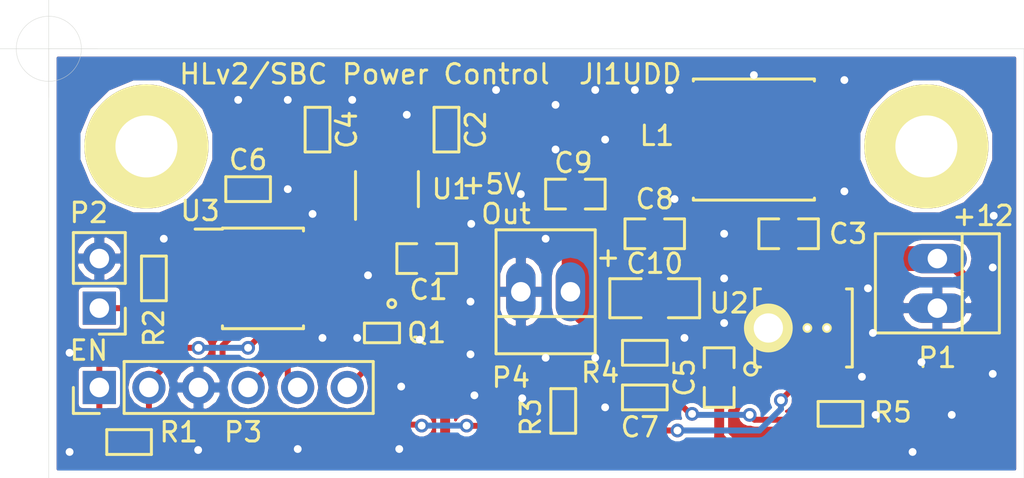
<source format=kicad_pcb>
(kicad_pcb (version 4) (host pcbnew 4.0.2-stable)

  (general
    (links 58)
    (no_connects 0)
    (area 127.475267 97.5 179.960001 122.5214)
    (thickness 1.6)
    (drawings 11)
    (tracks 312)
    (zones 0)
    (modules 26)
    (nets 15)
  )

  (page A4)
  (title_block
    (title "HLv2 and SBC/LCD power control")
    (date 2017-05-28)
    (rev 1.0)
    (company JI1UDD)
  )

  (layers
    (0 F.Cu signal)
    (31 B.Cu signal)
    (32 B.Adhes user hide)
    (33 F.Adhes user hide)
    (34 B.Paste user)
    (35 F.Paste user)
    (36 B.SilkS user)
    (37 F.SilkS user)
    (38 B.Mask user hide)
    (39 F.Mask user hide)
    (40 Dwgs.User user hide)
    (41 Cmts.User user hide)
    (42 Eco1.User user hide)
    (43 Eco2.User user hide)
    (44 Edge.Cuts user)
    (45 Margin user hide)
    (46 B.CrtYd user hide)
    (47 F.CrtYd user hide)
    (48 B.Fab user hide)
    (49 F.Fab user hide)
  )

  (setup
    (last_trace_width 0.2032)
    (user_trace_width 0.254)
    (user_trace_width 0.3048)
    (user_trace_width 0.3556)
    (user_trace_width 0.4064)
    (user_trace_width 0.508)
    (user_trace_width 0.889)
    (user_trace_width 1.016)
    (user_trace_width 1.27)
    (trace_clearance 0.2032)
    (zone_clearance 0.1524)
    (zone_45_only yes)
    (trace_min 0.1524)
    (segment_width 0.2)
    (edge_width 0.02)
    (via_size 0.7061)
    (via_drill 0.4)
    (via_min_size 0.4)
    (via_min_drill 0.4)
    (user_via 1.524 0.8)
    (uvia_size 0.3)
    (uvia_drill 0.1)
    (uvias_allowed no)
    (uvia_min_size 0.2)
    (uvia_min_drill 0.1)
    (pcb_text_width 0.3)
    (pcb_text_size 1.5 1.5)
    (mod_edge_width 0.1524)
    (mod_text_size 1 1)
    (mod_text_width 0.1524)
    (pad_size 1.524 1.524)
    (pad_drill 0.762)
    (pad_to_mask_clearance 0.1)
    (solder_mask_min_width 0.1)
    (aux_axis_origin 0 0)
    (visible_elements 7FFFFF5F)
    (pcbplotparams
      (layerselection 0x010f0_80000001)
      (usegerberextensions true)
      (excludeedgelayer true)
      (linewidth 0.152400)
      (plotframeref false)
      (viasonmask false)
      (mode 1)
      (useauxorigin true)
      (hpglpennumber 1)
      (hpglpenspeed 20)
      (hpglpendiameter 15)
      (hpglpenoverlay 2)
      (psnegative false)
      (psa4output false)
      (plotreference true)
      (plotvalue false)
      (plotinvisibletext false)
      (padsonsilk false)
      (subtractmaskfromsilk false)
      (outputformat 1)
      (mirror false)
      (drillshape 0)
      (scaleselection 1)
      (outputdirectory gerber/))
  )

  (net 0 "")
  (net 1 "Net-(C1-Pad1)")
  (net 2 GND)
  (net 3 "Net-(C2-Pad1)")
  (net 4 "Net-(C4-Pad1)")
  (net 5 "Net-(C10-Pad1)")
  (net 6 "Net-(C7-Pad2)")
  (net 7 "Net-(L1-Pad1)")
  (net 8 "Net-(P2-Pad1)")
  (net 9 "Net-(P3-Pad1)")
  (net 10 "Net-(P3-Pad4)")
  (net 11 "Net-(P3-Pad5)")
  (net 12 "Net-(P3-Pad6)")
  (net 13 "Net-(Q1-Pad1)")
  (net 14 "Net-(R3-Pad1)")

  (net_class Default "これは標準のネット クラスです。"
    (clearance 0.2032)
    (trace_width 0.2032)
    (via_dia 0.7061)
    (via_drill 0.4)
    (uvia_dia 0.3)
    (uvia_drill 0.1)
    (add_net GND)
    (add_net "Net-(C1-Pad1)")
    (add_net "Net-(C10-Pad1)")
    (add_net "Net-(C2-Pad1)")
    (add_net "Net-(C4-Pad1)")
    (add_net "Net-(C7-Pad2)")
    (add_net "Net-(L1-Pad1)")
    (add_net "Net-(P2-Pad1)")
    (add_net "Net-(P3-Pad1)")
    (add_net "Net-(P3-Pad4)")
    (add_net "Net-(P3-Pad5)")
    (add_net "Net-(P3-Pad6)")
    (add_net "Net-(Q1-Pad1)")
    (add_net "Net-(R3-Pad1)")
  )

  (module V2-PWRCTRL:SMD-0805 placed (layer F.Cu) (tedit 592A1273) (tstamp 592A2079)
    (at 149.352 110.744)
    (path /59211C7B)
    (attr smd)
    (fp_text reference C1 (at 0.1 1.6) (layer F.SilkS)
      (effects (font (size 1 1) (thickness 0.1524)))
    )
    (fp_text value 1uF/25V (at 0 -1.4) (layer F.SilkS) hide
      (effects (font (size 1 1) (thickness 0.1524)))
    )
    (fp_line (start -0.508 0.762) (end -1.524 0.762) (layer F.SilkS) (width 0.1524))
    (fp_line (start -1.524 0.762) (end -1.524 -0.762) (layer F.SilkS) (width 0.1524))
    (fp_line (start -1.524 -0.762) (end -0.508 -0.762) (layer F.SilkS) (width 0.1524))
    (fp_line (start 0.508 -0.762) (end 1.524 -0.762) (layer F.SilkS) (width 0.1524))
    (fp_line (start 1.524 -0.762) (end 1.524 0.762) (layer F.SilkS) (width 0.1524))
    (fp_line (start 1.524 0.762) (end 0.508 0.762) (layer F.SilkS) (width 0.1524))
    (pad 1 smd rect (at -0.9525 0) (size 0.889 1.397) (layers F.Cu F.Paste F.Mask)
      (net 1 "Net-(C1-Pad1)"))
    (pad 2 smd rect (at 0.9525 0) (size 0.889 1.397) (layers F.Cu F.Paste F.Mask)
      (net 2 GND))
    (model smd/chip_cms.wrl
      (at (xyz 0 0 0))
      (scale (xyz 0.1 0.1 0.1))
      (rotate (xyz 0 0 0))
    )
  )

  (module V2-PWRCTRL:SMD-0603 placed (layer F.Cu) (tedit 592A120C) (tstamp 592A207F)
    (at 150.368 104.14 90)
    (path /5923EF1F)
    (attr smd)
    (fp_text reference C2 (at 0 1.5 90) (layer F.SilkS)
      (effects (font (size 1 1) (thickness 0.1524)))
    )
    (fp_text value 0.01uF (at 0 -1.4 90) (layer F.SilkS) hide
      (effects (font (size 1 1) (thickness 0.1524)))
    )
    (fp_line (start -1.143 -0.635) (end 1.143 -0.635) (layer F.SilkS) (width 0.1524))
    (fp_line (start 1.143 -0.635) (end 1.143 0.635) (layer F.SilkS) (width 0.1524))
    (fp_line (start 1.143 0.635) (end -1.143 0.635) (layer F.SilkS) (width 0.1524))
    (fp_line (start -1.143 0.635) (end -1.143 -0.635) (layer F.SilkS) (width 0.1524))
    (pad 1 smd rect (at -0.762 0 90) (size 0.635 1.143) (layers F.Cu F.Paste F.Mask)
      (net 3 "Net-(C2-Pad1)"))
    (pad 2 smd rect (at 0.762 0 90) (size 0.635 1.143) (layers F.Cu F.Paste F.Mask)
      (net 2 GND))
    (model smd\resistors\R0603.wrl
      (at (xyz 0 0 0.001))
      (scale (xyz 0.5 0.5 0.5))
      (rotate (xyz 0 0 0))
    )
  )

  (module V2-PWRCTRL:SMD-0805 placed (layer F.Cu) (tedit 592A74F8) (tstamp 592A2085)
    (at 167.894 109.474 180)
    (path /592251BA)
    (attr smd)
    (fp_text reference C3 (at -3.048 0 180) (layer F.SilkS)
      (effects (font (size 1 1) (thickness 0.1524)))
    )
    (fp_text value 10uF/25V (at 0 -1.4 180) (layer F.SilkS) hide
      (effects (font (size 1 1) (thickness 0.1524)))
    )
    (fp_line (start -0.508 0.762) (end -1.524 0.762) (layer F.SilkS) (width 0.1524))
    (fp_line (start -1.524 0.762) (end -1.524 -0.762) (layer F.SilkS) (width 0.1524))
    (fp_line (start -1.524 -0.762) (end -0.508 -0.762) (layer F.SilkS) (width 0.1524))
    (fp_line (start 0.508 -0.762) (end 1.524 -0.762) (layer F.SilkS) (width 0.1524))
    (fp_line (start 1.524 -0.762) (end 1.524 0.762) (layer F.SilkS) (width 0.1524))
    (fp_line (start 1.524 0.762) (end 0.508 0.762) (layer F.SilkS) (width 0.1524))
    (pad 1 smd rect (at -0.9525 0 180) (size 0.889 1.397) (layers F.Cu F.Paste F.Mask)
      (net 1 "Net-(C1-Pad1)"))
    (pad 2 smd rect (at 0.9525 0 180) (size 0.889 1.397) (layers F.Cu F.Paste F.Mask)
      (net 2 GND))
    (model smd/chip_cms.wrl
      (at (xyz 0 0 0))
      (scale (xyz 0.1 0.1 0.1))
      (rotate (xyz 0 0 0))
    )
  )

  (module V2-PWRCTRL:SMD-0603 placed (layer F.Cu) (tedit 592A120C) (tstamp 592A208B)
    (at 143.764 104.14 90)
    (path /5922DEBA)
    (attr smd)
    (fp_text reference C4 (at 0 1.5 90) (layer F.SilkS)
      (effects (font (size 1 1) (thickness 0.1524)))
    )
    (fp_text value 2.2uF/10V (at 0 -1.4 90) (layer F.SilkS) hide
      (effects (font (size 1 1) (thickness 0.1524)))
    )
    (fp_line (start -1.143 -0.635) (end 1.143 -0.635) (layer F.SilkS) (width 0.1524))
    (fp_line (start 1.143 -0.635) (end 1.143 0.635) (layer F.SilkS) (width 0.1524))
    (fp_line (start 1.143 0.635) (end -1.143 0.635) (layer F.SilkS) (width 0.1524))
    (fp_line (start -1.143 0.635) (end -1.143 -0.635) (layer F.SilkS) (width 0.1524))
    (pad 1 smd rect (at -0.762 0 90) (size 0.635 1.143) (layers F.Cu F.Paste F.Mask)
      (net 4 "Net-(C4-Pad1)"))
    (pad 2 smd rect (at 0.762 0 90) (size 0.635 1.143) (layers F.Cu F.Paste F.Mask)
      (net 2 GND))
    (model smd\resistors\R0603.wrl
      (at (xyz 0 0 0.001))
      (scale (xyz 0.5 0.5 0.5))
      (rotate (xyz 0 0 0))
    )
  )

  (module V2-PWRCTRL:SMD-0805 placed (layer F.Cu) (tedit 592A75AF) (tstamp 592A2091)
    (at 164.338 116.84 90)
    (path /592250E3)
    (attr smd)
    (fp_text reference C5 (at 0 -1.778 270) (layer F.SilkS)
      (effects (font (size 1 1) (thickness 0.1524)))
    )
    (fp_text value 4.7uF/25V (at 0 -1.4 90) (layer F.SilkS) hide
      (effects (font (size 1 1) (thickness 0.1524)))
    )
    (fp_line (start -0.508 0.762) (end -1.524 0.762) (layer F.SilkS) (width 0.1524))
    (fp_line (start -1.524 0.762) (end -1.524 -0.762) (layer F.SilkS) (width 0.1524))
    (fp_line (start -1.524 -0.762) (end -0.508 -0.762) (layer F.SilkS) (width 0.1524))
    (fp_line (start 0.508 -0.762) (end 1.524 -0.762) (layer F.SilkS) (width 0.1524))
    (fp_line (start 1.524 -0.762) (end 1.524 0.762) (layer F.SilkS) (width 0.1524))
    (fp_line (start 1.524 0.762) (end 0.508 0.762) (layer F.SilkS) (width 0.1524))
    (pad 1 smd rect (at -0.9525 0 90) (size 0.889 1.397) (layers F.Cu F.Paste F.Mask)
      (net 1 "Net-(C1-Pad1)"))
    (pad 2 smd rect (at 0.9525 0 90) (size 0.889 1.397) (layers F.Cu F.Paste F.Mask)
      (net 2 GND))
    (model smd/chip_cms.wrl
      (at (xyz 0 0 0))
      (scale (xyz 0.1 0.1 0.1))
      (rotate (xyz 0 0 0))
    )
  )

  (module V2-PWRCTRL:SMD-0603 placed (layer F.Cu) (tedit 592A120C) (tstamp 592A2097)
    (at 140.208 107.188 180)
    (path /592107A8)
    (attr smd)
    (fp_text reference C6 (at 0 1.5 180) (layer F.SilkS)
      (effects (font (size 1 1) (thickness 0.1524)))
    )
    (fp_text value 0.1uF (at 0 -1.4 180) (layer F.SilkS) hide
      (effects (font (size 1 1) (thickness 0.1524)))
    )
    (fp_line (start -1.143 -0.635) (end 1.143 -0.635) (layer F.SilkS) (width 0.1524))
    (fp_line (start 1.143 -0.635) (end 1.143 0.635) (layer F.SilkS) (width 0.1524))
    (fp_line (start 1.143 0.635) (end -1.143 0.635) (layer F.SilkS) (width 0.1524))
    (fp_line (start -1.143 0.635) (end -1.143 -0.635) (layer F.SilkS) (width 0.1524))
    (pad 1 smd rect (at -0.762 0 180) (size 0.635 1.143) (layers F.Cu F.Paste F.Mask)
      (net 2 GND))
    (pad 2 smd rect (at 0.762 0 180) (size 0.635 1.143) (layers F.Cu F.Paste F.Mask)
      (net 4 "Net-(C4-Pad1)"))
    (model smd\resistors\R0603.wrl
      (at (xyz 0 0 0.001))
      (scale (xyz 0.5 0.5 0.5))
      (rotate (xyz 0 0 0))
    )
  )

  (module V2-PWRCTRL:SMD-0603 placed (layer F.Cu) (tedit 592A7598) (tstamp 592A209D)
    (at 160.528 117.856)
    (path /59224EB9)
    (attr smd)
    (fp_text reference C7 (at -0.254 1.524 180) (layer F.SilkS)
      (effects (font (size 1 1) (thickness 0.1524)))
    )
    (fp_text value 4.7nF (at 0 -1.4) (layer F.SilkS) hide
      (effects (font (size 1 1) (thickness 0.1524)))
    )
    (fp_line (start -1.143 -0.635) (end 1.143 -0.635) (layer F.SilkS) (width 0.1524))
    (fp_line (start 1.143 -0.635) (end 1.143 0.635) (layer F.SilkS) (width 0.1524))
    (fp_line (start 1.143 0.635) (end -1.143 0.635) (layer F.SilkS) (width 0.1524))
    (fp_line (start -1.143 0.635) (end -1.143 -0.635) (layer F.SilkS) (width 0.1524))
    (pad 1 smd rect (at -0.762 0) (size 0.635 1.143) (layers F.Cu F.Paste F.Mask)
      (net 5 "Net-(C10-Pad1)"))
    (pad 2 smd rect (at 0.762 0) (size 0.635 1.143) (layers F.Cu F.Paste F.Mask)
      (net 6 "Net-(C7-Pad2)"))
    (model smd\resistors\R0603.wrl
      (at (xyz 0 0 0.001))
      (scale (xyz 0.5 0.5 0.5))
      (rotate (xyz 0 0 0))
    )
  )

  (module V2-PWRCTRL:SMD-0805 placed (layer F.Cu) (tedit 592A74D7) (tstamp 592A20A3)
    (at 161.036 109.474)
    (path /59224F80)
    (attr smd)
    (fp_text reference C8 (at 0 -1.778) (layer F.SilkS)
      (effects (font (size 1 1) (thickness 0.1524)))
    )
    (fp_text value 22uF/6.3V (at 0 -1.4) (layer F.SilkS) hide
      (effects (font (size 1 1) (thickness 0.1524)))
    )
    (fp_line (start -0.508 0.762) (end -1.524 0.762) (layer F.SilkS) (width 0.1524))
    (fp_line (start -1.524 0.762) (end -1.524 -0.762) (layer F.SilkS) (width 0.1524))
    (fp_line (start -1.524 -0.762) (end -0.508 -0.762) (layer F.SilkS) (width 0.1524))
    (fp_line (start 0.508 -0.762) (end 1.524 -0.762) (layer F.SilkS) (width 0.1524))
    (fp_line (start 1.524 -0.762) (end 1.524 0.762) (layer F.SilkS) (width 0.1524))
    (fp_line (start 1.524 0.762) (end 0.508 0.762) (layer F.SilkS) (width 0.1524))
    (pad 1 smd rect (at -0.9525 0) (size 0.889 1.397) (layers F.Cu F.Paste F.Mask)
      (net 5 "Net-(C10-Pad1)"))
    (pad 2 smd rect (at 0.9525 0) (size 0.889 1.397) (layers F.Cu F.Paste F.Mask)
      (net 2 GND))
    (model smd/chip_cms.wrl
      (at (xyz 0 0 0))
      (scale (xyz 0.1 0.1 0.1))
      (rotate (xyz 0 0 0))
    )
  )

  (module V2-PWRCTRL:SMD-0805 placed (layer F.Cu) (tedit 592A1273) (tstamp 592A20A9)
    (at 156.972 107.442 180)
    (path /59225012)
    (attr smd)
    (fp_text reference C9 (at 0.1 1.6 180) (layer F.SilkS)
      (effects (font (size 1 1) (thickness 0.1524)))
    )
    (fp_text value 22uF/6.3V (at 0 -1.4 180) (layer F.SilkS) hide
      (effects (font (size 1 1) (thickness 0.1524)))
    )
    (fp_line (start -0.508 0.762) (end -1.524 0.762) (layer F.SilkS) (width 0.1524))
    (fp_line (start -1.524 0.762) (end -1.524 -0.762) (layer F.SilkS) (width 0.1524))
    (fp_line (start -1.524 -0.762) (end -0.508 -0.762) (layer F.SilkS) (width 0.1524))
    (fp_line (start 0.508 -0.762) (end 1.524 -0.762) (layer F.SilkS) (width 0.1524))
    (fp_line (start 1.524 -0.762) (end 1.524 0.762) (layer F.SilkS) (width 0.1524))
    (fp_line (start 1.524 0.762) (end 0.508 0.762) (layer F.SilkS) (width 0.1524))
    (pad 1 smd rect (at -0.9525 0 180) (size 0.889 1.397) (layers F.Cu F.Paste F.Mask)
      (net 5 "Net-(C10-Pad1)"))
    (pad 2 smd rect (at 0.9525 0 180) (size 0.889 1.397) (layers F.Cu F.Paste F.Mask)
      (net 2 GND))
    (model smd/chip_cms.wrl
      (at (xyz 0 0 0))
      (scale (xyz 0.1 0.1 0.1))
      (rotate (xyz 0 0 0))
    )
  )

  (module V2-PWRCTRL:SMD-1206 placed (layer F.Cu) (tedit 592A74E3) (tstamp 592A20AF)
    (at 161.036 112.776)
    (tags "CMS SM")
    (path /59225079)
    (attr smd)
    (fp_text reference C10 (at 0 -1.778) (layer F.SilkS)
      (effects (font (size 1 1) (thickness 0.1524)))
    )
    (fp_text value 100uF/6.3V (at 0 2.2) (layer F.Fab) hide
      (effects (font (size 1 1) (thickness 0.1524)))
    )
    (fp_line (start 0.7 1) (end 2.3 1) (layer F.SilkS) (width 0.1524))
    (fp_line (start 2.3 1) (end 2.3 -1) (layer F.SilkS) (width 0.1524))
    (fp_line (start 2.3 -1) (end 0.7 -1) (layer F.SilkS) (width 0.1524))
    (fp_line (start -0.7 -1) (end -2.3 -1) (layer F.SilkS) (width 0.1524))
    (fp_line (start -2.3 -1) (end -2.3 1) (layer F.SilkS) (width 0.1524))
    (fp_line (start -2.3 1) (end -0.7 1) (layer F.SilkS) (width 0.1524))
    (pad 1 smd rect (at -1.4 0) (size 1.6 1.8) (layers F.Cu F.Paste F.Mask)
      (net 5 "Net-(C10-Pad1)"))
    (pad 2 smd rect (at 1.4 0) (size 1.6 1.8) (layers F.Cu F.Paste F.Mask)
      (net 2 GND))
    (model SMD_Packages.3dshapes/SMD-1210_Pol.wrl
      (at (xyz 0 0 0))
      (scale (xyz 0.2 0.2 0.2))
      (rotate (xyz 0 0 0))
    )
  )

  (module V2-PWRCTRL:GENERICPSL placed (layer F.Cu) (tedit 592A7DEA) (tstamp 592A20B5)
    (at 166.116 104.648 180)
    (path /59224B68)
    (fp_text reference L1 (at 4.966 0.198 180) (layer F.SilkS)
      (effects (font (size 1 1) (thickness 0.1524)))
    )
    (fp_text value 3.3uH (at 0 3.9 180) (layer F.Fab) hide
      (effects (font (size 1 1) (thickness 0.1524)))
    )
    (fp_line (start -3.1 3) (end -3.1 3.1) (layer F.SilkS) (width 0.1524))
    (fp_line (start -3.1 3.1) (end 3.1 3.1) (layer F.SilkS) (width 0.1524))
    (fp_line (start 3.1 3.1) (end 3.1 3) (layer F.SilkS) (width 0.1524))
    (fp_line (start -3.1 -3) (end -3.1 -3.1) (layer F.SilkS) (width 0.1524))
    (fp_line (start -3.1 -3.1) (end 3.1 -3.1) (layer F.SilkS) (width 0.1524))
    (fp_line (start 3.1 -3.1) (end 3.1 -3) (layer F.SilkS) (width 0.1524))
    (pad 1 smd rect (at -1.95 0 180) (size 2.4 5.7) (layers F.Cu F.Paste F.Mask)
      (net 7 "Net-(L1-Pad1)"))
    (pad 2 smd rect (at 1.95 0 180) (size 2.4 5.7) (layers F.Cu F.Paste F.Mask)
      (net 5 "Net-(C10-Pad1)"))
  )

  (module V2-PWRCTRL:PINHEAD1-2 placed (layer F.Cu) (tedit 592A753C) (tstamp 592A20BB)
    (at 175.514 112.014 270)
    (path /5920E108)
    (attr virtual)
    (fp_text reference P1 (at 3.81 0 360) (layer F.SilkS)
      (effects (font (size 1 1) (thickness 0.1524)))
    )
    (fp_text value CONN_01X02 (at 0 3.81 270) (layer F.Fab) hide
      (effects (font (size 1 1) (thickness 0.1524)))
    )
    (fp_line (start 2.54 -1.27) (end -2.54 -1.27) (layer F.SilkS) (width 0.1524))
    (fp_line (start 2.54 3.175) (end -2.54 3.175) (layer F.SilkS) (width 0.1524))
    (fp_line (start -2.54 -3.175) (end 2.54 -3.175) (layer F.SilkS) (width 0.1524))
    (fp_line (start -2.54 -3.175) (end -2.54 3.175) (layer F.SilkS) (width 0.1524))
    (fp_line (start 2.54 -3.175) (end 2.54 3.175) (layer F.SilkS) (width 0.1524))
    (pad 1 thru_hole oval (at -1.27 0 270) (size 1.50622 3.01498) (drill 0.99822) (layers *.Cu *.Mask)
      (net 1 "Net-(C1-Pad1)"))
    (pad 2 thru_hole oval (at 1.27 0 270) (size 1.50622 3.01498) (drill 0.99822) (layers *.Cu *.Mask)
      (net 2 GND))
  )

  (module V2-PWRCTRL:Pin_Header_Straight_1x02_Pitch2.54mm placed (layer F.Cu) (tedit 592A7F12) (tstamp 592A20C1)
    (at 132.588 113.284 180)
    (descr "Through hole straight pin header, 1x02, 2.54mm pitch, single row")
    (tags "Through hole pin header THT 1x02 2.54mm single row")
    (path /592169EB)
    (fp_text reference P2 (at 0.538 4.884 180) (layer F.SilkS)
      (effects (font (size 1 1) (thickness 0.1524)))
    )
    (fp_text value CONN_01X02 (at 0 4.87 180) (layer F.Fab) hide
      (effects (font (size 1 1) (thickness 0.1524)))
    )
    (fp_line (start -1.27 -1.27) (end -1.27 3.81) (layer F.Fab) (width 0.1))
    (fp_line (start -1.27 3.81) (end 1.27 3.81) (layer F.Fab) (width 0.1))
    (fp_line (start 1.27 3.81) (end 1.27 -1.27) (layer F.Fab) (width 0.1))
    (fp_line (start 1.27 -1.27) (end -1.27 -1.27) (layer F.Fab) (width 0.1))
    (fp_line (start -1.33 1.27) (end -1.33 3.87) (layer F.SilkS) (width 0.1524))
    (fp_line (start -1.33 3.87) (end 1.33 3.87) (layer F.SilkS) (width 0.1524))
    (fp_line (start 1.33 3.87) (end 1.33 1.27) (layer F.SilkS) (width 0.1524))
    (fp_line (start 1.33 1.27) (end -1.33 1.27) (layer F.SilkS) (width 0.1524))
    (fp_line (start -1.33 0) (end -1.33 -1.33) (layer F.SilkS) (width 0.1524))
    (fp_line (start -1.33 -1.33) (end 0 -1.33) (layer F.SilkS) (width 0.1524))
    (fp_line (start -1.8 -1.8) (end -1.8 4.35) (layer F.CrtYd) (width 0.05))
    (fp_line (start -1.8 4.35) (end 1.8 4.35) (layer F.CrtYd) (width 0.05))
    (fp_line (start 1.8 4.35) (end 1.8 -1.8) (layer F.CrtYd) (width 0.05))
    (fp_line (start 1.8 -1.8) (end -1.8 -1.8) (layer F.CrtYd) (width 0.05))
    (fp_text user %R (at 0 -2.33 180) (layer F.Fab) hide
      (effects (font (size 1 1) (thickness 0.1524)))
    )
    (pad 1 thru_hole rect (at 0 0 180) (size 1.7 1.7) (drill 1) (layers *.Cu *.Mask)
      (net 8 "Net-(P2-Pad1)"))
    (pad 2 thru_hole oval (at 0 2.54 180) (size 1.7 1.7) (drill 1) (layers *.Cu *.Mask)
      (net 2 GND))
    (model ${KISYS3DMOD}/Pin_Headers.3dshapes/Pin_Header_Straight_1x02_Pitch2.54mm.wrl
      (at (xyz 0 -0.05 0))
      (scale (xyz 1 1 1))
      (rotate (xyz 0 0 90))
    )
  )

  (module V2-PWRCTRL:Pin_Header_Straight_1x06_Pitch2.54mm placed (layer F.Cu) (tedit 592A7447) (tstamp 592A20CB)
    (at 132.588 117.348 90)
    (descr "Through hole straight pin header, 1x06, 2.54mm pitch, single row")
    (tags "Through hole pin header THT 1x06 2.54mm single row")
    (path /592156E0)
    (fp_text reference P3 (at -2.286 7.366 180) (layer F.SilkS)
      (effects (font (size 1 1) (thickness 0.1524)))
    )
    (fp_text value CONN_01X06 (at 0 15.03 90) (layer F.Fab) hide
      (effects (font (size 1 1) (thickness 0.1524)))
    )
    (fp_line (start -1.27 -1.27) (end -1.27 13.97) (layer F.Fab) (width 0.1))
    (fp_line (start -1.27 13.97) (end 1.27 13.97) (layer F.Fab) (width 0.1))
    (fp_line (start 1.27 13.97) (end 1.27 -1.27) (layer F.Fab) (width 0.1))
    (fp_line (start 1.27 -1.27) (end -1.27 -1.27) (layer F.Fab) (width 0.1))
    (fp_line (start -1.33 1.27) (end -1.33 14.03) (layer F.SilkS) (width 0.1524))
    (fp_line (start -1.33 14.03) (end 1.33 14.03) (layer F.SilkS) (width 0.1524))
    (fp_line (start 1.33 14.03) (end 1.33 1.27) (layer F.SilkS) (width 0.1524))
    (fp_line (start 1.33 1.27) (end -1.33 1.27) (layer F.SilkS) (width 0.1524))
    (fp_line (start -1.33 0) (end -1.33 -1.33) (layer F.SilkS) (width 0.1524))
    (fp_line (start -1.33 -1.33) (end 0 -1.33) (layer F.SilkS) (width 0.1524))
    (fp_line (start -1.8 -1.8) (end -1.8 14.5) (layer F.CrtYd) (width 0.05))
    (fp_line (start -1.8 14.5) (end 1.8 14.5) (layer F.CrtYd) (width 0.05))
    (fp_line (start 1.8 14.5) (end 1.8 -1.8) (layer F.CrtYd) (width 0.05))
    (fp_line (start 1.8 -1.8) (end -1.8 -1.8) (layer F.CrtYd) (width 0.05))
    (fp_text user %R (at 0 -2.33 90) (layer F.Fab)
      (effects (font (size 1 1) (thickness 0.1524)))
    )
    (pad 1 thru_hole rect (at 0 0 90) (size 1.7 1.7) (drill 1) (layers *.Cu *.Mask)
      (net 9 "Net-(P3-Pad1)"))
    (pad 2 thru_hole oval (at 0 2.54 90) (size 1.7 1.7) (drill 1) (layers *.Cu *.Mask)
      (net 4 "Net-(C4-Pad1)"))
    (pad 3 thru_hole oval (at 0 5.08 90) (size 1.7 1.7) (drill 1) (layers *.Cu *.Mask)
      (net 2 GND))
    (pad 4 thru_hole oval (at 0 7.62 90) (size 1.7 1.7) (drill 1) (layers *.Cu *.Mask)
      (net 10 "Net-(P3-Pad4)"))
    (pad 5 thru_hole oval (at 0 10.16 90) (size 1.7 1.7) (drill 1) (layers *.Cu *.Mask)
      (net 11 "Net-(P3-Pad5)"))
    (pad 6 thru_hole oval (at 0 12.7 90) (size 1.7 1.7) (drill 1) (layers *.Cu *.Mask)
      (net 12 "Net-(P3-Pad6)"))
    (model ${KISYS3DMOD}/Pin_Headers.3dshapes/Pin_Header_Straight_1x06_Pitch2.54mm.wrl
      (at (xyz 0 -0.25 0))
      (scale (xyz 1 1 1))
      (rotate (xyz 0 0 90))
    )
  )

  (module V2-PWRCTRL:PINHEAD1-2 placed (layer F.Cu) (tedit 592A7495) (tstamp 592A20D1)
    (at 155.448 112.4458 180)
    (path /5920E0AC)
    (attr virtual)
    (fp_text reference P4 (at 1.778 -4.3942 180) (layer F.SilkS)
      (effects (font (size 1 1) (thickness 0.1524)))
    )
    (fp_text value CONN_01X02 (at 0 3.81 180) (layer F.Fab) hide
      (effects (font (size 1 1) (thickness 0.1524)))
    )
    (fp_line (start 2.54 -1.27) (end -2.54 -1.27) (layer F.SilkS) (width 0.1524))
    (fp_line (start 2.54 3.175) (end -2.54 3.175) (layer F.SilkS) (width 0.1524))
    (fp_line (start -2.54 -3.175) (end 2.54 -3.175) (layer F.SilkS) (width 0.1524))
    (fp_line (start -2.54 -3.175) (end -2.54 3.175) (layer F.SilkS) (width 0.1524))
    (fp_line (start 2.54 -3.175) (end 2.54 3.175) (layer F.SilkS) (width 0.1524))
    (pad 1 thru_hole oval (at -1.27 0 180) (size 1.50622 3.01498) (drill 0.99822) (layers *.Cu *.Mask)
      (net 5 "Net-(C10-Pad1)"))
    (pad 2 thru_hole oval (at 1.27 0 180) (size 1.50622 3.01498) (drill 0.99822) (layers *.Cu *.Mask)
      (net 2 GND))
  )

  (module V2-PWRCTRL:SOT416 placed (layer F.Cu) (tedit 592A7483) (tstamp 592A20D8)
    (at 147.066 114.554 270)
    (path /5922F959)
    (fp_text reference Q1 (at 0 -2.286 540) (layer F.SilkS)
      (effects (font (size 1 1) (thickness 0.1524)))
    )
    (fp_text value DTC144E (at 0 -1.905 270) (layer F.SilkS) hide
      (effects (font (size 1 1) (thickness 0.1524)))
    )
    (fp_circle (center -1.50114 -0.50038) (end -1.50114 -0.70104) (layer F.SilkS) (width 0.1524))
    (fp_line (start -0.50038 -0.89916) (end 0.50038 -0.89916) (layer F.SilkS) (width 0.1524))
    (fp_line (start 0.50038 -0.89916) (end 0.50038 0.89916) (layer F.SilkS) (width 0.1524))
    (fp_line (start 0.50038 0.89916) (end -0.50038 0.89916) (layer F.SilkS) (width 0.1524))
    (fp_line (start -0.50038 0.89916) (end -0.50038 -0.89916) (layer F.SilkS) (width 0.1524))
    (pad 1 smd rect (at -0.65024 -0.50038 180) (size 0.50038 0.59944) (layers F.Cu F.Paste F.Mask)
      (net 13 "Net-(Q1-Pad1)"))
    (pad 2 smd rect (at -0.65024 0.50038 180) (size 0.50038 0.59944) (layers F.Cu F.Paste F.Mask)
      (net 2 GND))
    (pad 3 smd rect (at 0.65024 0 180) (size 0.50038 0.59944) (layers F.Cu F.Paste F.Mask)
      (net 12 "Net-(P3-Pad6)"))
  )

  (module V2-PWRCTRL:SMD-0603 placed (layer F.Cu) (tedit 592A7446) (tstamp 592A20DE)
    (at 134.112 120.142 180)
    (path /5920FCC5)
    (attr smd)
    (fp_text reference R1 (at -2.54 0.508 180) (layer F.SilkS)
      (effects (font (size 1 1) (thickness 0.1524)))
    )
    (fp_text value 10k (at 0 -1.4 180) (layer F.SilkS) hide
      (effects (font (size 1 1) (thickness 0.1524)))
    )
    (fp_line (start -1.143 -0.635) (end 1.143 -0.635) (layer F.SilkS) (width 0.1524))
    (fp_line (start 1.143 -0.635) (end 1.143 0.635) (layer F.SilkS) (width 0.1524))
    (fp_line (start 1.143 0.635) (end -1.143 0.635) (layer F.SilkS) (width 0.1524))
    (fp_line (start -1.143 0.635) (end -1.143 -0.635) (layer F.SilkS) (width 0.1524))
    (pad 1 smd rect (at -0.762 0 180) (size 0.635 1.143) (layers F.Cu F.Paste F.Mask)
      (net 4 "Net-(C4-Pad1)"))
    (pad 2 smd rect (at 0.762 0 180) (size 0.635 1.143) (layers F.Cu F.Paste F.Mask)
      (net 9 "Net-(P3-Pad1)"))
    (model smd\resistors\R0603.wrl
      (at (xyz 0 0 0.001))
      (scale (xyz 0.5 0.5 0.5))
      (rotate (xyz 0 0 0))
    )
  )

  (module V2-PWRCTRL:SMD-0603 placed (layer F.Cu) (tedit 592A744B) (tstamp 592A20E4)
    (at 135.382 111.76 90)
    (path /5921D207)
    (attr smd)
    (fp_text reference R2 (at -2.54 0 90) (layer F.SilkS)
      (effects (font (size 1 1) (thickness 0.1524)))
    )
    (fp_text value 10k (at 0 -1.4 90) (layer F.SilkS) hide
      (effects (font (size 1 1) (thickness 0.1524)))
    )
    (fp_line (start -1.143 -0.635) (end 1.143 -0.635) (layer F.SilkS) (width 0.1524))
    (fp_line (start 1.143 -0.635) (end 1.143 0.635) (layer F.SilkS) (width 0.1524))
    (fp_line (start 1.143 0.635) (end -1.143 0.635) (layer F.SilkS) (width 0.1524))
    (fp_line (start -1.143 0.635) (end -1.143 -0.635) (layer F.SilkS) (width 0.1524))
    (pad 1 smd rect (at -0.762 0 90) (size 0.635 1.143) (layers F.Cu F.Paste F.Mask)
      (net 8 "Net-(P2-Pad1)"))
    (pad 2 smd rect (at 0.762 0 90) (size 0.635 1.143) (layers F.Cu F.Paste F.Mask)
      (net 2 GND))
    (model smd\resistors\R0603.wrl
      (at (xyz 0 0 0.001))
      (scale (xyz 0.5 0.5 0.5))
      (rotate (xyz 0 0 0))
    )
  )

  (module V2-PWRCTRL:SMD-0603 placed (layer F.Cu) (tedit 592A75A0) (tstamp 592A20EA)
    (at 156.35 118.55 90)
    (path /5920FCCF)
    (attr smd)
    (fp_text reference R3 (at -0.322 -1.664 90) (layer F.SilkS)
      (effects (font (size 1 1) (thickness 0.1524)))
    )
    (fp_text value 10k (at 0 -1.4 90) (layer F.SilkS) hide
      (effects (font (size 1 1) (thickness 0.1524)))
    )
    (fp_line (start -1.143 -0.635) (end 1.143 -0.635) (layer F.SilkS) (width 0.1524))
    (fp_line (start 1.143 -0.635) (end 1.143 0.635) (layer F.SilkS) (width 0.1524))
    (fp_line (start 1.143 0.635) (end -1.143 0.635) (layer F.SilkS) (width 0.1524))
    (fp_line (start -1.143 0.635) (end -1.143 -0.635) (layer F.SilkS) (width 0.1524))
    (pad 1 smd rect (at -0.762 0 90) (size 0.635 1.143) (layers F.Cu F.Paste F.Mask)
      (net 14 "Net-(R3-Pad1)"))
    (pad 2 smd rect (at 0.762 0 90) (size 0.635 1.143) (layers F.Cu F.Paste F.Mask)
      (net 2 GND))
    (model smd\resistors\R0603.wrl
      (at (xyz 0 0 0.001))
      (scale (xyz 0.5 0.5 0.5))
      (rotate (xyz 0 0 0))
    )
  )

  (module V2-PWRCTRL:SMD-0603 placed (layer F.Cu) (tedit 592A7592) (tstamp 592A20F0)
    (at 160.528 115.57)
    (path /59224D24)
    (attr smd)
    (fp_text reference R4 (at -2.286 1.016 180) (layer F.SilkS)
      (effects (font (size 1 1) (thickness 0.1524)))
    )
    (fp_text value 53.6k (at 0 -1.4) (layer F.SilkS) hide
      (effects (font (size 1 1) (thickness 0.1524)))
    )
    (fp_line (start -1.143 -0.635) (end 1.143 -0.635) (layer F.SilkS) (width 0.1524))
    (fp_line (start 1.143 -0.635) (end 1.143 0.635) (layer F.SilkS) (width 0.1524))
    (fp_line (start 1.143 0.635) (end -1.143 0.635) (layer F.SilkS) (width 0.1524))
    (fp_line (start -1.143 0.635) (end -1.143 -0.635) (layer F.SilkS) (width 0.1524))
    (pad 1 smd rect (at -0.762 0) (size 0.635 1.143) (layers F.Cu F.Paste F.Mask)
      (net 5 "Net-(C10-Pad1)"))
    (pad 2 smd rect (at 0.762 0) (size 0.635 1.143) (layers F.Cu F.Paste F.Mask)
      (net 6 "Net-(C7-Pad2)"))
    (model smd\resistors\R0603.wrl
      (at (xyz 0 0 0.001))
      (scale (xyz 0.5 0.5 0.5))
      (rotate (xyz 0 0 0))
    )
  )

  (module V2-PWRCTRL:SMD-0603 placed (layer F.Cu) (tedit 592A751E) (tstamp 592A20F6)
    (at 170.55 118.7)
    (path /59224E1F)
    (attr smd)
    (fp_text reference R5 (at 2.678 -0.082) (layer F.SilkS)
      (effects (font (size 1 1) (thickness 0.1524)))
    )
    (fp_text value 10k (at 0 -1.4) (layer F.SilkS) hide
      (effects (font (size 1 1) (thickness 0.1524)))
    )
    (fp_line (start -1.143 -0.635) (end 1.143 -0.635) (layer F.SilkS) (width 0.1524))
    (fp_line (start 1.143 -0.635) (end 1.143 0.635) (layer F.SilkS) (width 0.1524))
    (fp_line (start 1.143 0.635) (end -1.143 0.635) (layer F.SilkS) (width 0.1524))
    (fp_line (start -1.143 0.635) (end -1.143 -0.635) (layer F.SilkS) (width 0.1524))
    (pad 1 smd rect (at -0.762 0) (size 0.635 1.143) (layers F.Cu F.Paste F.Mask)
      (net 6 "Net-(C7-Pad2)"))
    (pad 2 smd rect (at 0.762 0) (size 0.635 1.143) (layers F.Cu F.Paste F.Mask)
      (net 2 GND))
    (model smd\resistors\R0603.wrl
      (at (xyz 0 0 0.001))
      (scale (xyz 0.5 0.5 0.5))
      (rotate (xyz 0 0 0))
    )
  )

  (module V2-PWRCTRL:SOT-23-5 placed (layer F.Cu) (tedit 592A7468) (tstamp 592A20FF)
    (at 147.32 107.188 90)
    (descr "5-pin SOT23 package")
    (tags SOT-23-5)
    (path /5923E9B0)
    (attr smd)
    (fp_text reference U1 (at 0 3.302 180) (layer F.SilkS)
      (effects (font (size 1 1) (thickness 0.1524)))
    )
    (fp_text value TAR5SB33 (at 0 2.9 90) (layer F.Fab) hide
      (effects (font (size 1 1) (thickness 0.1524)))
    )
    (fp_text user %R (at 0 0 90) (layer F.Fab)
      (effects (font (size 0.5 0.5) (thickness 0.075)))
    )
    (fp_line (start -0.9 1.61) (end 0.9 1.61) (layer F.SilkS) (width 0.1524))
    (fp_line (start 0.9 -1.61) (end -1.55 -1.61) (layer F.SilkS) (width 0.1524))
    (fp_line (start -1.9 -1.8) (end 1.9 -1.8) (layer F.CrtYd) (width 0.05))
    (fp_line (start 1.9 -1.8) (end 1.9 1.8) (layer F.CrtYd) (width 0.05))
    (fp_line (start 1.9 1.8) (end -1.9 1.8) (layer F.CrtYd) (width 0.05))
    (fp_line (start -1.9 1.8) (end -1.9 -1.8) (layer F.CrtYd) (width 0.05))
    (fp_line (start -0.9 -0.9) (end -0.25 -1.55) (layer F.Fab) (width 0.1))
    (fp_line (start 0.9 -1.55) (end -0.25 -1.55) (layer F.Fab) (width 0.1))
    (fp_line (start -0.9 -0.9) (end -0.9 1.55) (layer F.Fab) (width 0.1))
    (fp_line (start 0.9 1.55) (end -0.9 1.55) (layer F.Fab) (width 0.1))
    (fp_line (start 0.9 -1.55) (end 0.9 1.55) (layer F.Fab) (width 0.1))
    (pad 1 smd rect (at -1.1 -0.95 90) (size 1.06 0.65) (layers F.Cu F.Paste F.Mask)
      (net 1 "Net-(C1-Pad1)"))
    (pad 2 smd rect (at -1.1 0 90) (size 1.06 0.65) (layers F.Cu F.Paste F.Mask)
      (net 2 GND))
    (pad 3 smd rect (at -1.1 0.95 90) (size 1.06 0.65) (layers F.Cu F.Paste F.Mask)
      (net 1 "Net-(C1-Pad1)"))
    (pad 4 smd rect (at 1.1 0.95 90) (size 1.06 0.65) (layers F.Cu F.Paste F.Mask)
      (net 3 "Net-(C2-Pad1)"))
    (pad 5 smd rect (at 1.1 -0.95 90) (size 1.06 0.65) (layers F.Cu F.Paste F.Mask)
      (net 4 "Net-(C4-Pad1)"))
    (model ${KISYS3DMOD}/TO_SOT_Packages_SMD.3dshapes/SOT-23-5.wrl
      (at (xyz 0 0 0))
      (scale (xyz 1 1 1))
      (rotate (xyz 0 0 0))
    )
  )

  (module V2-PWRCTRL:ST1S10 placed (layer F.Cu) (tedit 592A752B) (tstamp 592A210F)
    (at 168.656 114.3)
    (path /59223E4D)
    (fp_text reference U2 (at -3.81 -1.27 180) (layer F.SilkS)
      (effects (font (size 1 1) (thickness 0.1524)))
    )
    (fp_text value ST1S10 (at 4.4 -0.1 90) (layer F.Fab) hide
      (effects (font (size 1 1) (thickness 0.1524)))
    )
    (fp_circle (center -2.7 2.1) (end -2.8 1.8) (layer F.SilkS) (width 0.1524))
    (fp_line (start 2.2 2) (end 2.5 2) (layer F.SilkS) (width 0.1524))
    (fp_line (start 2.5 2) (end 2.5 -2) (layer F.SilkS) (width 0.1524))
    (fp_line (start 2.5 -2) (end 2.2 -2) (layer F.SilkS) (width 0.1524))
    (fp_line (start -2.2 -2) (end -2.5 -2) (layer F.SilkS) (width 0.1524))
    (fp_line (start -2.5 -2) (end -2.5 2) (layer F.SilkS) (width 0.1524))
    (fp_line (start -2.5 2) (end -2.2 2) (layer F.SilkS) (width 0.1524))
    (pad 9 thru_hole circle (at 1.2 0) (size 0.5 0.5) (drill 0.3) (layers *.Cu *.Mask F.SilkS)
      (net 2 GND) (zone_connect 2))
    (pad 8 smd rect (at -1.905 -2.65) (size 0.51 1.1) (layers F.Cu F.Paste F.Mask)
      (net 2 GND))
    (pad 1 smd rect (at -1.905 2.65) (size 0.51 1.1) (layers F.Cu F.Paste F.Mask)
      (net 1 "Net-(C1-Pad1)"))
    (pad 7 smd rect (at -0.635 -2.65) (size 0.51 1.1) (layers F.Cu F.Paste F.Mask)
      (net 7 "Net-(L1-Pad1)"))
    (pad 2 smd rect (at -0.635 2.65) (size 0.51 1.1) (layers F.Cu F.Paste F.Mask)
      (net 14 "Net-(R3-Pad1)"))
    (pad 6 smd rect (at 0.635 -2.65) (size 0.51 1.1) (layers F.Cu F.Paste F.Mask)
      (net 1 "Net-(C1-Pad1)"))
    (pad 3 smd rect (at 0.635 2.65) (size 0.51 1.1) (layers F.Cu F.Paste F.Mask)
      (net 6 "Net-(C7-Pad2)"))
    (pad 5 smd rect (at 1.905 -2.65) (size 0.51 1.1) (layers F.Cu F.Paste F.Mask)
      (net 2 GND))
    (pad 4 smd rect (at 1.905 2.65) (size 0.51 1.1) (layers F.Cu F.Paste F.Mask)
      (net 2 GND))
    (pad 9 smd rect (at 0 0) (size 3.5 2.6) (layers F.Cu F.Paste F.Mask)
      (net 2 GND))
    (pad 9 thru_hole circle (at -1.8 0) (size 2.5 2.5) (drill 1.5) (layers *.Cu *.Mask F.SilkS)
      (net 2 GND) (zone_connect 2))
    (pad 9 thru_hole circle (at 0.2 0) (size 0.5 0.5) (drill 0.3) (layers *.Cu *.Mask F.SilkS)
      (net 2 GND) (zone_connect 2))
  )

  (module V2-PWRCTRL:SOIC-8_3.9x4.9mm_Pitch1.27mm placed (layer F.Cu) (tedit 592A7CD1) (tstamp 592A211B)
    (at 140.97 111.76)
    (descr "8-Lead Plastic Small Outline (SN) - Narrow, 3.90 mm Body [SOIC] (see Microchip Packaging Specification 00000049BS.pdf)")
    (tags "SOIC 1.27")
    (path /5920E013)
    (attr smd)
    (fp_text reference U3 (at -3.22 -3.46) (layer F.SilkS)
      (effects (font (size 1 1) (thickness 0.1524)))
    )
    (fp_text value PIC12F1822-E/SN (at 0 3.5) (layer F.Fab) hide
      (effects (font (size 1 1) (thickness 0.1524)))
    )
    (fp_text user %R (at 0 0) (layer F.Fab)
      (effects (font (size 1 1) (thickness 0.15)))
    )
    (fp_line (start -0.95 -2.45) (end 1.95 -2.45) (layer F.Fab) (width 0.1))
    (fp_line (start 1.95 -2.45) (end 1.95 2.45) (layer F.Fab) (width 0.1))
    (fp_line (start 1.95 2.45) (end -1.95 2.45) (layer F.Fab) (width 0.1))
    (fp_line (start -1.95 2.45) (end -1.95 -1.45) (layer F.Fab) (width 0.1))
    (fp_line (start -1.95 -1.45) (end -0.95 -2.45) (layer F.Fab) (width 0.1))
    (fp_line (start -3.73 -2.7) (end -3.73 2.7) (layer F.CrtYd) (width 0.05))
    (fp_line (start 3.73 -2.7) (end 3.73 2.7) (layer F.CrtYd) (width 0.05))
    (fp_line (start -3.73 -2.7) (end 3.73 -2.7) (layer F.CrtYd) (width 0.05))
    (fp_line (start -3.73 2.7) (end 3.73 2.7) (layer F.CrtYd) (width 0.05))
    (fp_line (start -2.075 -2.575) (end -2.075 -2.525) (layer F.SilkS) (width 0.15))
    (fp_line (start 2.075 -2.575) (end 2.075 -2.43) (layer F.SilkS) (width 0.1524))
    (fp_line (start 2.075 2.575) (end 2.075 2.43) (layer F.SilkS) (width 0.1524))
    (fp_line (start -2.075 2.575) (end -2.075 2.43) (layer F.SilkS) (width 0.1524))
    (fp_line (start -2.075 -2.575) (end 2.075 -2.575) (layer F.SilkS) (width 0.1524))
    (fp_line (start -2.075 2.575) (end 2.075 2.575) (layer F.SilkS) (width 0.1524))
    (fp_line (start -2.075 -2.525) (end -3.475 -2.525) (layer F.SilkS) (width 0.1524))
    (pad 1 smd rect (at -2.7 -1.905) (size 1.55 0.6) (layers F.Cu F.Paste F.Mask)
      (net 4 "Net-(C4-Pad1)"))
    (pad 2 smd rect (at -2.7 -0.635) (size 1.55 0.6) (layers F.Cu F.Paste F.Mask)
      (net 14 "Net-(R3-Pad1)"))
    (pad 3 smd rect (at -2.7 0.635) (size 1.55 0.6) (layers F.Cu F.Paste F.Mask)
      (net 8 "Net-(P2-Pad1)"))
    (pad 4 smd rect (at -2.7 1.905) (size 1.55 0.6) (layers F.Cu F.Paste F.Mask)
      (net 9 "Net-(P3-Pad1)"))
    (pad 5 smd rect (at 2.7 1.905) (size 1.55 0.6) (layers F.Cu F.Paste F.Mask)
      (net 13 "Net-(Q1-Pad1)"))
    (pad 6 smd rect (at 2.7 0.635) (size 1.55 0.6) (layers F.Cu F.Paste F.Mask)
      (net 11 "Net-(P3-Pad5)"))
    (pad 7 smd rect (at 2.7 -0.635) (size 1.55 0.6) (layers F.Cu F.Paste F.Mask)
      (net 10 "Net-(P3-Pad4)"))
    (pad 8 smd rect (at 2.7 -1.905) (size 1.55 0.6) (layers F.Cu F.Paste F.Mask)
      (net 2 GND))
    (model Housings_SOIC.3dshapes/SOIC-8_3.9x4.9mm_Pitch1.27mm.wrl
      (at (xyz 0 0 0))
      (scale (xyz 1 1 1))
      (rotate (xyz 0 0 0))
    )
  )

  (module V2-PWRCTRL:MH (layer F.Cu) (tedit 5424E6F5) (tstamp 592A2B1D)
    (at 135 105)
    (fp_text reference MH (at -4.1 -2) (layer F.SilkS) hide
      (effects (font (size 0.8 0.8) (thickness 0.1)))
    )
    (fp_text value VAL** (at -4.5 1.6) (layer F.SilkS) hide
      (effects (font (size 0.8 0.8) (thickness 0.1)))
    )
    (pad "" np_thru_hole circle (at 0 0) (size 6.35 6.35) (drill 3.175) (layers *.Cu *.Mask F.SilkS))
  )

  (module V2-PWRCTRL:MH (layer F.Cu) (tedit 5424E6F5) (tstamp 592A2B26)
    (at 174.95 105)
    (fp_text reference MH (at -4.1 -2) (layer F.SilkS) hide
      (effects (font (size 0.8 0.8) (thickness 0.1)))
    )
    (fp_text value VAL** (at -4.5 1.6) (layer F.SilkS) hide
      (effects (font (size 0.8 0.8) (thickness 0.1)))
    )
    (pad "" np_thru_hole circle (at 0 0) (size 6.35 6.35) (drill 3.175) (layers *.Cu *.Mask F.SilkS))
  )

  (gr_text Out (at 153.416 108.458) (layer F.SilkS)
    (effects (font (size 1 1) (thickness 0.1524)))
  )
  (gr_text +5V (at 152.654 106.934) (layer F.SilkS)
    (effects (font (size 1 1) (thickness 0.1524)))
  )
  (gr_text + (at 158.65 110.65) (layer F.SilkS)
    (effects (font (size 1 1) (thickness 0.1524)))
  )
  (gr_text +12 (at 177.85 108.55) (layer F.SilkS)
    (effects (font (size 1 1) (thickness 0.1524)))
  )
  (gr_text EN (at 132.05 115.45) (layer F.SilkS)
    (effects (font (size 1 1) (thickness 0.1524)))
  )
  (gr_text "HLv2/SBC Power Control  JI1UDD" (at 149.55 101.3) (layer F.SilkS)
    (effects (font (size 1 1) (thickness 0.1524)))
  )
  (target plus (at 130 100) (size 5) (width 0.02) (layer Edge.Cuts))
  (gr_line (start 130 122) (end 130 100) (angle 90) (layer Edge.Cuts) (width 0.02))
  (gr_line (start 179.95 122) (end 130 122) (angle 90) (layer Edge.Cuts) (width 0.02))
  (gr_line (start 179.95 100) (end 179.95 122) (angle 90) (layer Edge.Cuts) (width 0.02))
  (gr_line (start 130 100) (end 179.95 100) (angle 90) (layer Edge.Cuts) (width 0.02))

  (segment (start 169.418 109.474) (end 170.942 109.474) (width 1.27) (layer F.Cu) (net 1))
  (segment (start 168.8465 109.474) (end 169.418 109.474) (width 0.889) (layer F.Cu) (net 1))
  (segment (start 172.212 110.744) (end 175.514 110.744) (width 1.27) (layer F.Cu) (net 1) (tstamp 592A7A8B))
  (segment (start 170.942 109.474) (end 172.212 110.744) (width 1.27) (layer F.Cu) (net 1) (tstamp 592A7A82))
  (segment (start 161.1 120.45) (end 150.7 120.45) (width 0.508) (layer F.Cu) (net 1))
  (segment (start 148.3995 112.2995) (end 150.3 114.2) (width 0.508) (layer F.Cu) (net 1) (tstamp 592A664E))
  (segment (start 150.3 114.2) (end 150.3 117.6) (width 0.508) (layer F.Cu) (net 1) (tstamp 592A665E))
  (segment (start 148.3995 110.744) (end 148.3995 112.2995) (width 0.508) (layer F.Cu) (net 1))
  (segment (start 161.1 120.45) (end 164.9 120.45) (width 0.508) (layer F.Cu) (net 1) (tstamp 592A66B7))
  (segment (start 150.3 120.05) (end 150.3 117.6) (width 0.508) (layer F.Cu) (net 1) (tstamp 592A66D5))
  (segment (start 150.7 120.45) (end 150.3 120.05) (width 0.508) (layer F.Cu) (net 1) (tstamp 592A66C3))
  (segment (start 164.338 117.7925) (end 164.338 119.888) (width 0.508) (layer F.Cu) (net 1))
  (segment (start 164.338 119.888) (end 164.9 120.45) (width 0.508) (layer F.Cu) (net 1) (tstamp 592A66B2))
  (segment (start 175.514 110.744) (end 175.944 110.744) (width 0.508) (layer F.Cu) (net 1))
  (segment (start 175.944 110.744) (end 178.25 113.05) (width 0.508) (layer F.Cu) (net 1) (tstamp 592A667F))
  (segment (start 178.25 113.05) (end 178.25 114.55) (width 0.508) (layer F.Cu) (net 1) (tstamp 592A6686))
  (segment (start 178.25 114.55) (end 172.35 120.45) (width 0.508) (layer F.Cu) (net 1) (tstamp 592A668E))
  (segment (start 172.35 120.45) (end 164.9 120.45) (width 0.508) (layer F.Cu) (net 1) (tstamp 592A6694))
  (segment (start 164.338 117.7925) (end 165.9085 117.7925) (width 0.508) (layer F.Cu) (net 1))
  (segment (start 165.9085 117.7925) (end 166.751 116.95) (width 0.508) (layer F.Cu) (net 1) (tstamp 592A57B5))
  (segment (start 148.27 108.288) (end 148.27 110.6145) (width 0.508) (layer F.Cu) (net 1))
  (segment (start 148.27 110.6145) (end 148.3995 110.744) (width 0.508) (layer F.Cu) (net 1) (tstamp 592A55EB))
  (segment (start 146.37 108.288) (end 146.37 109.794) (width 0.508) (layer F.Cu) (net 1))
  (segment (start 147.32 110.744) (end 148.3995 110.744) (width 0.508) (layer F.Cu) (net 1) (tstamp 592A55E8))
  (segment (start 146.37 109.794) (end 147.32 110.744) (width 0.508) (layer F.Cu) (net 1) (tstamp 592A55E5))
  (segment (start 169.291 111.65) (end 169.291 109.9185) (width 0.508) (layer F.Cu) (net 1))
  (segment (start 169.291 109.9185) (end 168.8465 109.474) (width 0.508) (layer F.Cu) (net 1) (tstamp 592A4CB8))
  (segment (start 154.178 107.442) (end 154.178 108.458) (width 0.3048) (layer F.Cu) (net 2))
  (via (at 154.178 107.442) (size 0.7061) (drill 0.4) (layers F.Cu B.Cu) (net 2))
  (segment (start 156.0195 107.442) (end 154.178 107.442) (width 0.3048) (layer F.Cu) (net 2))
  (via (at 155.448 109.728) (size 0.7061) (drill 0.4) (layers F.Cu B.Cu) (net 2))
  (segment (start 154.178 108.458) (end 155.448 109.728) (width 0.3048) (layer F.Cu) (net 2) (tstamp 592A81FE))
  (segment (start 161.9885 109.474) (end 161.9885 107.7595) (width 0.3048) (layer F.Cu) (net 2))
  (via (at 162.052 107.696) (size 0.7061) (drill 0.4) (layers F.Cu B.Cu) (net 2))
  (segment (start 161.9885 107.7595) (end 162.052 107.696) (width 0.3048) (layer F.Cu) (net 2) (tstamp 592A81EB))
  (segment (start 160.02 102.108) (end 160.02 103.124) (width 0.3048) (layer F.Cu) (net 2))
  (via (at 158.496 104.648) (size 0.7061) (drill 0.4) (layers F.Cu B.Cu) (net 2))
  (segment (start 160.02 103.124) (end 158.496 104.648) (width 0.3048) (layer F.Cu) (net 2) (tstamp 592A81D8))
  (segment (start 176.25 118.75) (end 176.144 118.75) (width 0.3048) (layer F.Cu) (net 2))
  (via (at 174.244 120.65) (size 0.7061) (drill 0.4) (layers F.Cu B.Cu) (net 2))
  (segment (start 176.144 118.75) (end 174.244 120.65) (width 0.3048) (layer F.Cu) (net 2) (tstamp 592A815E))
  (segment (start 164.592 114.046) (end 164.084 114.046) (width 0.3048) (layer F.Cu) (net 2))
  (segment (start 164.338 114.3) (end 164.592 114.046) (width 0.3048) (layer F.Cu) (net 2) (tstamp 592A60C1))
  (via (at 164.592 114.046) (size 0.7061) (drill 0.4) (layers F.Cu B.Cu) (net 2))
  (segment (start 164.338 115.8875) (end 164.338 114.3) (width 0.3048) (layer F.Cu) (net 2))
  (via (at 162.56 114.808) (size 0.7061) (drill 0.4) (layers F.Cu B.Cu) (net 2))
  (segment (start 163.322 114.808) (end 162.56 114.808) (width 0.3048) (layer F.Cu) (net 2) (tstamp 592A8142))
  (segment (start 164.084 114.046) (end 163.322 114.808) (width 0.3048) (layer F.Cu) (net 2) (tstamp 592A813E))
  (segment (start 156.35 117.788) (end 157.92 117.788) (width 0.3048) (layer F.Cu) (net 2))
  (via (at 155.448 115.824) (size 0.7061) (drill 0.4) (layers F.Cu B.Cu) (net 2))
  (segment (start 157.988 115.824) (end 155.448 115.824) (width 0.3048) (layer F.Cu) (net 2) (tstamp 592A8128))
  (via (at 157.988 115.824) (size 0.7061) (drill 0.4) (layers F.Cu B.Cu) (net 2))
  (segment (start 157.988 117.856) (end 157.988 115.824) (width 0.3048) (layer B.Cu) (net 2) (tstamp 592A811C))
  (segment (start 158.496 118.364) (end 157.988 117.856) (width 0.3048) (layer B.Cu) (net 2) (tstamp 592A811B))
  (via (at 158.496 118.364) (size 0.7061) (drill 0.4) (layers F.Cu B.Cu) (net 2))
  (segment (start 157.92 117.788) (end 158.496 118.364) (width 0.3048) (layer F.Cu) (net 2) (tstamp 592A8111))
  (segment (start 155.956 102.87) (end 157.226 102.87) (width 0.3048) (layer F.Cu) (net 2))
  (via (at 166.116 101.346) (size 0.7061) (drill 0.4) (layers F.Cu B.Cu) (net 2))
  (segment (start 162.56 101.346) (end 166.116 101.346) (width 0.3048) (layer B.Cu) (net 2) (tstamp 592A80EC))
  (segment (start 161.798 102.108) (end 162.56 101.346) (width 0.3048) (layer B.Cu) (net 2) (tstamp 592A80EB))
  (via (at 161.798 102.108) (size 0.7061) (drill 0.4) (layers F.Cu B.Cu) (net 2))
  (segment (start 160.02 102.108) (end 161.798 102.108) (width 0.3048) (layer F.Cu) (net 2) (tstamp 592A80E4))
  (via (at 160.02 102.108) (size 0.7061) (drill 0.4) (layers F.Cu B.Cu) (net 2))
  (segment (start 157.988 102.108) (end 160.02 102.108) (width 0.3048) (layer B.Cu) (net 2) (tstamp 592A80D6))
  (via (at 157.988 102.108) (size 0.7061) (drill 0.4) (layers F.Cu B.Cu) (net 2))
  (segment (start 157.226 102.87) (end 157.988 102.108) (width 0.3048) (layer F.Cu) (net 2) (tstamp 592A80CF))
  (segment (start 175.514 113.284) (end 176.266 113.284) (width 0.3048) (layer B.Cu) (net 2))
  (segment (start 176.266 113.284) (end 178.35 111.2) (width 0.3048) (layer B.Cu) (net 2) (tstamp 592A73A9))
  (via (at 178.35 111.2) (size 0.7061) (drill 0.4) (layers F.Cu B.Cu) (net 2))
  (segment (start 178.35 111.2) (end 178.4 111.15) (width 0.3048) (layer F.Cu) (net 2) (tstamp 592A73BF))
  (segment (start 178.4 111.15) (end 178.4 108.55) (width 0.3048) (layer F.Cu) (net 2) (tstamp 592A73C0))
  (via (at 178.4 108.55) (size 0.7061) (drill 0.4) (layers F.Cu B.Cu) (net 2))
  (segment (start 178.4 108.55) (end 178.3 108.65) (width 0.3048) (layer B.Cu) (net 2) (tstamp 592A73C6))
  (segment (start 178.3 108.65) (end 172.1 108.65) (width 0.3048) (layer B.Cu) (net 2) (tstamp 592A73C7))
  (segment (start 172.1 108.65) (end 170.75 107.3) (width 0.3048) (layer B.Cu) (net 2) (tstamp 592A73CB))
  (via (at 170.75 107.3) (size 0.7061) (drill 0.4) (layers F.Cu B.Cu) (net 2))
  (segment (start 170.75 107.3) (end 170.75 101.6) (width 0.3048) (layer F.Cu) (net 2) (tstamp 592A73D1))
  (via (at 170.75 101.6) (size 0.7061) (drill 0.4) (layers F.Cu B.Cu) (net 2))
  (segment (start 143.67 109.855) (end 144.605 109.855) (width 0.3048) (layer F.Cu) (net 2))
  (via (at 146.35 111.6) (size 0.7061) (drill 0.4) (layers F.Cu B.Cu) (net 2))
  (segment (start 144.605 109.855) (end 146.35 111.6) (width 0.3048) (layer F.Cu) (net 2) (tstamp 592A6838))
  (segment (start 137.668 117.348) (end 137.668 120.532) (width 0.3048) (layer F.Cu) (net 2))
  (via (at 149 114.9) (size 0.7061) (drill 0.4) (layers F.Cu B.Cu) (net 2))
  (segment (start 149 116.35) (end 149 114.9) (width 0.3048) (layer F.Cu) (net 2) (tstamp 592A682E))
  (segment (start 148.05 117.3) (end 149 116.35) (width 0.3048) (layer F.Cu) (net 2) (tstamp 592A682D))
  (via (at 148.05 117.3) (size 0.7061) (drill 0.4) (layers F.Cu B.Cu) (net 2))
  (segment (start 148.05 120.4) (end 148.05 117.3) (width 0.3048) (layer B.Cu) (net 2) (tstamp 592A6828))
  (segment (start 147.95 120.5) (end 148.05 120.4) (width 0.3048) (layer B.Cu) (net 2) (tstamp 592A6827))
  (via (at 147.95 120.5) (size 0.7061) (drill 0.4) (layers F.Cu B.Cu) (net 2))
  (segment (start 142.75 120.5) (end 147.95 120.5) (width 0.3048) (layer F.Cu) (net 2) (tstamp 592A6821))
  (via (at 142.75 120.5) (size 0.7061) (drill 0.4) (layers F.Cu B.Cu) (net 2))
  (segment (start 137.7 120.5) (end 142.75 120.5) (width 0.3048) (layer B.Cu) (net 2) (tstamp 592A681B))
  (segment (start 137.65 120.55) (end 137.7 120.5) (width 0.3048) (layer B.Cu) (net 2) (tstamp 592A681A))
  (via (at 137.65 120.55) (size 0.7061) (drill 0.4) (layers F.Cu B.Cu) (net 2))
  (segment (start 137.668 120.532) (end 137.65 120.55) (width 0.3048) (layer F.Cu) (net 2) (tstamp 592A6812))
  (segment (start 150.3045 110.744) (end 150.3045 111.6545) (width 0.3048) (layer F.Cu) (net 2))
  (segment (start 154.362 117.788) (end 156.35 117.788) (width 0.3048) (layer F.Cu) (net 2) (tstamp 592A680D))
  (segment (start 154.25 117.9) (end 154.362 117.788) (width 0.3048) (layer F.Cu) (net 2) (tstamp 592A680C))
  (via (at 154.25 117.9) (size 0.7061) (drill 0.4) (layers F.Cu B.Cu) (net 2))
  (segment (start 151.95 117.9) (end 154.25 117.9) (width 0.3048) (layer B.Cu) (net 2) (tstamp 592A680A))
  (segment (start 151.8 117.75) (end 151.95 117.9) (width 0.3048) (layer B.Cu) (net 2) (tstamp 592A6809))
  (via (at 151.8 117.75) (size 0.7061) (drill 0.4) (layers F.Cu B.Cu) (net 2))
  (segment (start 151.8 115.85) (end 151.8 117.75) (width 0.3048) (layer F.Cu) (net 2) (tstamp 592A6802))
  (segment (start 151.6 115.65) (end 151.8 115.85) (width 0.3048) (layer F.Cu) (net 2) (tstamp 592A6801))
  (via (at 151.6 115.65) (size 0.7061) (drill 0.4) (layers F.Cu B.Cu) (net 2))
  (segment (start 151.6 112.95) (end 151.6 115.65) (width 0.3048) (layer B.Cu) (net 2) (tstamp 592A67FE))
  (via (at 151.6 112.95) (size 0.7061) (drill 0.4) (layers F.Cu B.Cu) (net 2))
  (segment (start 150.3045 111.6545) (end 151.6 112.95) (width 0.3048) (layer F.Cu) (net 2) (tstamp 592A67F9))
  (segment (start 170.561 116.95) (end 171.5 116.95) (width 0.3048) (layer F.Cu) (net 2))
  (via (at 174.7 116.05) (size 0.7061) (drill 0.4) (layers F.Cu B.Cu) (net 2))
  (segment (start 172.4 116.05) (end 174.7 116.05) (width 0.3048) (layer B.Cu) (net 2) (tstamp 592A6709))
  (segment (start 171.65 116.8) (end 172.4 116.05) (width 0.3048) (layer B.Cu) (net 2) (tstamp 592A6708))
  (via (at 171.65 116.8) (size 0.7061) (drill 0.4) (layers F.Cu B.Cu) (net 2))
  (segment (start 171.5 116.95) (end 171.65 116.8) (width 0.3048) (layer F.Cu) (net 2) (tstamp 592A6703))
  (segment (start 171.312 118.7) (end 172.3 118.7) (width 0.3048) (layer F.Cu) (net 2))
  (via (at 178.35 116.65) (size 0.7061) (drill 0.4) (layers F.Cu B.Cu) (net 2))
  (segment (start 176.25 118.75) (end 178.35 116.65) (width 0.3048) (layer F.Cu) (net 2) (tstamp 592A66F9))
  (via (at 176.25 118.75) (size 0.7061) (drill 0.4) (layers F.Cu B.Cu) (net 2))
  (segment (start 172.35 118.75) (end 176.25 118.75) (width 0.3048) (layer B.Cu) (net 2) (tstamp 592A66F5))
  (via (at 172.35 118.75) (size 0.7061) (drill 0.4) (layers F.Cu B.Cu) (net 2))
  (segment (start 172.3 118.7) (end 172.35 118.75) (width 0.3048) (layer F.Cu) (net 2) (tstamp 592A66EE))
  (segment (start 132.588 110.744) (end 131.572 110.744) (width 0.3048) (layer F.Cu) (net 2))
  (via (at 131.064 120.65) (size 0.7061) (drill 0.4) (layers F.Cu B.Cu) (net 2))
  (segment (start 131.064 115.57) (end 131.064 120.65) (width 0.3048) (layer B.Cu) (net 2) (tstamp 592A6199))
  (via (at 131.064 115.57) (size 0.7061) (drill 0.4) (layers F.Cu B.Cu) (net 2))
  (segment (start 131.064 111.252) (end 131.064 115.57) (width 0.3048) (layer F.Cu) (net 2) (tstamp 592A6192))
  (segment (start 131.572 110.744) (end 131.064 111.252) (width 0.3048) (layer F.Cu) (net 2) (tstamp 592A618C))
  (segment (start 170.561 111.65) (end 171.34 111.65) (width 0.3048) (layer F.Cu) (net 2))
  (via (at 172.212 114.554) (size 0.7061) (drill 0.4) (layers F.Cu B.Cu) (net 2))
  (segment (start 172.212 112.522) (end 172.212 114.554) (width 0.3048) (layer B.Cu) (net 2) (tstamp 592A6101))
  (segment (start 171.958 112.268) (end 172.212 112.522) (width 0.3048) (layer B.Cu) (net 2) (tstamp 592A6100))
  (via (at 171.958 112.268) (size 0.7061) (drill 0.4) (layers F.Cu B.Cu) (net 2))
  (segment (start 171.34 111.65) (end 171.958 112.268) (width 0.3048) (layer F.Cu) (net 2) (tstamp 592A60FA))
  (segment (start 166.751 111.65) (end 164.702 111.65) (width 0.3048) (layer F.Cu) (net 2))
  (segment (start 164.702 111.65) (end 164.592 111.76) (width 0.3048) (layer F.Cu) (net 2) (tstamp 592A60BB))
  (segment (start 166.9415 109.474) (end 164.592 109.474) (width 0.3048) (layer F.Cu) (net 2))
  (segment (start 161.9885 109.474) (end 164.592 109.474) (width 0.3048) (layer F.Cu) (net 2))
  (segment (start 163.576 112.776) (end 162.436 112.776) (width 0.3048) (layer F.Cu) (net 2) (tstamp 592A60AF))
  (segment (start 164.592 111.76) (end 163.576 112.776) (width 0.3048) (layer F.Cu) (net 2) (tstamp 592A60AE))
  (via (at 164.592 111.76) (size 0.7061) (drill 0.4) (layers F.Cu B.Cu) (net 2))
  (segment (start 164.592 109.474) (end 164.592 111.76) (width 0.3048) (layer B.Cu) (net 2) (tstamp 592A60A5))
  (via (at 164.592 109.474) (size 0.7061) (drill 0.4) (layers F.Cu B.Cu) (net 2))
  (segment (start 156.0195 107.442) (end 156.0195 105.2195) (width 0.3048) (layer F.Cu) (net 2))
  (via (at 152.908 102.108) (size 0.7061) (drill 0.4) (layers F.Cu B.Cu) (net 2))
  (segment (start 155.194 102.108) (end 152.908 102.108) (width 0.3048) (layer F.Cu) (net 2) (tstamp 592A603D))
  (segment (start 155.956 102.87) (end 155.194 102.108) (width 0.3048) (layer F.Cu) (net 2) (tstamp 592A603C))
  (via (at 155.956 102.87) (size 0.7061) (drill 0.4) (layers F.Cu B.Cu) (net 2))
  (segment (start 155.956 105.156) (end 155.956 102.87) (width 0.3048) (layer B.Cu) (net 2) (tstamp 592A6038))
  (via (at 155.956 105.156) (size 0.7061) (drill 0.4) (layers F.Cu B.Cu) (net 2))
  (segment (start 156.0195 105.2195) (end 155.956 105.156) (width 0.3048) (layer F.Cu) (net 2) (tstamp 592A6034))
  (segment (start 150.3045 110.744) (end 150.3045 110.2995) (width 0.3048) (layer F.Cu) (net 2))
  (segment (start 150.3045 110.2995) (end 151.638 108.966) (width 0.3048) (layer F.Cu) (net 2) (tstamp 592A5D6F))
  (via (at 151.638 108.966) (size 0.7061) (drill 0.4) (layers F.Cu B.Cu) (net 2))
  (segment (start 148.336 103.378) (end 146.304 103.378) (width 0.3048) (layer B.Cu) (net 2))
  (via (at 148.336 103.378) (size 0.7061) (drill 0.4) (layers F.Cu B.Cu) (net 2))
  (segment (start 144.78 103.378) (end 143.764 103.378) (width 0.3048) (layer F.Cu) (net 2) (tstamp 592A5D4D))
  (segment (start 145.542 102.616) (end 144.78 103.378) (width 0.3048) (layer F.Cu) (net 2) (tstamp 592A5D4C))
  (via (at 145.542 102.616) (size 0.7061) (drill 0.4) (layers F.Cu B.Cu) (net 2))
  (segment (start 146.304 103.378) (end 145.542 102.616) (width 0.3048) (layer B.Cu) (net 2) (tstamp 592A5D42))
  (segment (start 150.368 103.378) (end 148.336 103.378) (width 0.3048) (layer F.Cu) (net 2))
  (segment (start 147.32 104.394) (end 148.336 103.378) (width 0.635) (layer F.Cu) (net 2) (tstamp 592A5D06))
  (segment (start 147.32 104.394) (end 147.32 108.288) (width 0.635) (layer F.Cu) (net 2))
  (segment (start 139.7 102.616) (end 142.24 102.616) (width 0.3048) (layer B.Cu) (net 2))
  (via (at 139.7 102.616) (size 0.7061) (drill 0.4) (layers F.Cu B.Cu) (net 2))
  (segment (start 143.002 103.378) (end 143.764 103.378) (width 0.3048) (layer F.Cu) (net 2))
  (via (at 142.24 102.616) (size 0.7061) (drill 0.4) (layers F.Cu B.Cu) (net 2))
  (segment (start 143.002 103.378) (end 142.24 102.616) (width 0.3048) (layer F.Cu) (net 2) (tstamp 592A5CA5))
  (segment (start 140.97 107.188) (end 142.24 107.188) (width 0.3048) (layer F.Cu) (net 2))
  (segment (start 143.67 108.618) (end 143.67 109.855) (width 0.3048) (layer F.Cu) (net 2) (tstamp 592A5C9B))
  (segment (start 143.51 108.458) (end 143.67 108.618) (width 0.3048) (layer F.Cu) (net 2) (tstamp 592A5C9A))
  (via (at 143.51 108.458) (size 0.7061) (drill 0.4) (layers F.Cu B.Cu) (net 2))
  (segment (start 142.24 107.188) (end 143.51 108.458) (width 0.3048) (layer B.Cu) (net 2) (tstamp 592A5C8E))
  (via (at 142.24 107.188) (size 0.7061) (drill 0.4) (layers F.Cu B.Cu) (net 2))
  (segment (start 135.382 110.998) (end 135.382 110.236) (width 0.3048) (layer F.Cu) (net 2))
  (via (at 135.89 109.728) (size 0.7061) (drill 0.4) (layers F.Cu B.Cu) (net 2))
  (segment (start 135.382 110.236) (end 135.89 109.728) (width 0.3048) (layer F.Cu) (net 2) (tstamp 592A5C6B))
  (segment (start 146.56562 113.90376) (end 146.56562 114.03838) (width 0.3048) (layer F.Cu) (net 2))
  (segment (start 146.56562 114.03838) (end 145.796 114.808) (width 0.3048) (layer F.Cu) (net 2) (tstamp 592A5C1C))
  (via (at 145.796 114.808) (size 0.7061) (drill 0.4) (layers F.Cu B.Cu) (net 2))
  (segment (start 145.796 114.808) (end 144.018 114.808) (width 0.3048) (layer B.Cu) (net 2) (tstamp 592A5C26))
  (via (at 144.018 114.808) (size 0.7061) (drill 0.4) (layers F.Cu B.Cu) (net 2))
  (segment (start 148.27 106.088) (end 148.27 105.476) (width 0.3048) (layer F.Cu) (net 3))
  (segment (start 148.844 104.902) (end 150.368 104.902) (width 0.3048) (layer F.Cu) (net 3) (tstamp 592A5BAA))
  (segment (start 148.27 105.476) (end 148.844 104.902) (width 0.3048) (layer F.Cu) (net 3) (tstamp 592A5BA7))
  (segment (start 143.764 104.902) (end 140.208 104.902) (width 0.508) (layer F.Cu) (net 4))
  (segment (start 139.446 105.664) (end 139.446 107.188) (width 0.508) (layer F.Cu) (net 4) (tstamp 592A7951))
  (segment (start 140.208 104.902) (end 139.446 105.664) (width 0.508) (layer F.Cu) (net 4) (tstamp 592A794D))
  (segment (start 143.764 104.902) (end 145.184 104.902) (width 0.508) (layer F.Cu) (net 4))
  (segment (start 145.184 104.902) (end 146.37 106.088) (width 0.508) (layer F.Cu) (net 4) (tstamp 592A793F))
  (segment (start 138.27 109.855) (end 138.27 109.126) (width 0.508) (layer F.Cu) (net 4))
  (segment (start 138.27 109.126) (end 139.446 107.95) (width 0.508) (layer F.Cu) (net 4) (tstamp 592A5B7B))
  (segment (start 139.446 107.95) (end 139.446 107.188) (width 0.508) (layer F.Cu) (net 4) (tstamp 592A5B84))
  (segment (start 135.128 117.348) (end 135.128 119.888) (width 0.3048) (layer F.Cu) (net 4))
  (segment (start 135.128 119.888) (end 134.874 120.142) (width 0.3048) (layer F.Cu) (net 4) (tstamp 592A5B5A))
  (segment (start 138.27 109.855) (end 139.827 109.855) (width 0.3048) (layer F.Cu) (net 4))
  (segment (start 136.906 115.316) (end 135.128 117.094) (width 0.3048) (layer F.Cu) (net 4) (tstamp 592A5B45))
  (segment (start 137.668 115.316) (end 136.906 115.316) (width 0.3048) (layer F.Cu) (net 4) (tstamp 592A5B44))
  (via (at 137.668 115.316) (size 0.7061) (drill 0.4) (layers F.Cu B.Cu) (net 4))
  (segment (start 140.208 115.316) (end 137.668 115.316) (width 0.3048) (layer B.Cu) (net 4) (tstamp 592A5B41))
  (via (at 140.208 115.316) (size 0.7061) (drill 0.4) (layers F.Cu B.Cu) (net 4))
  (segment (start 140.716 114.808) (end 140.208 115.316) (width 0.3048) (layer F.Cu) (net 4) (tstamp 592A5B3E))
  (segment (start 140.716 110.744) (end 140.716 114.808) (width 0.3048) (layer F.Cu) (net 4) (tstamp 592A5B3B))
  (segment (start 139.827 109.855) (end 140.716 110.744) (width 0.3048) (layer F.Cu) (net 4) (tstamp 592A5B39))
  (segment (start 135.128 117.094) (end 135.128 117.348) (width 0.3048) (layer F.Cu) (net 4) (tstamp 592A5B48))
  (segment (start 156.718 112.4458) (end 158.0642 112.4458) (width 1.27) (layer F.Cu) (net 5))
  (segment (start 159.208 111.302) (end 159.208 107.442) (width 1.27) (layer F.Cu) (net 5) (tstamp 592A7BB0))
  (segment (start 158.0642 112.4458) (end 159.208 111.302) (width 1.27) (layer F.Cu) (net 5) (tstamp 592A7BAE))
  (segment (start 156.718 112.4458) (end 157.0482 112.4458) (width 1.27) (layer F.Cu) (net 5))
  (segment (start 157.0482 112.4458) (end 159.208 110.286) (width 1.27) (layer F.Cu) (net 5) (tstamp 592A7BAA))
  (segment (start 159.208 110.286) (end 159.208 107.442) (width 1.27) (layer F.Cu) (net 5) (tstamp 592A7BAB))
  (segment (start 156.718 112.4458) (end 156.718 111.506) (width 1.27) (layer F.Cu) (net 5))
  (segment (start 156.718 111.506) (end 158.75 109.474) (width 1.27) (layer F.Cu) (net 5) (tstamp 592A7B9F))
  (segment (start 158.75 109.474) (end 158.75 107.442) (width 1.27) (layer F.Cu) (net 5) (tstamp 592A7BA2))
  (segment (start 156.718 112.4458) (end 156.718 112.776) (width 1.27) (layer F.Cu) (net 5))
  (segment (start 156.718 112.776) (end 157.48 113.538) (width 1.27) (layer F.Cu) (net 5) (tstamp 592A7B91))
  (segment (start 157.48 113.538) (end 158.874 113.538) (width 1.27) (layer F.Cu) (net 5) (tstamp 592A7B94))
  (segment (start 158.874 113.538) (end 159.636 112.776) (width 1.27) (layer F.Cu) (net 5) (tstamp 592A7B96))
  (segment (start 157.9245 107.442) (end 157.988 107.442) (width 0.889) (layer F.Cu) (net 5))
  (segment (start 157.988 107.442) (end 161.544 103.886) (width 0.889) (layer F.Cu) (net 5) (tstamp 592A7B68))
  (segment (start 161.544 103.886) (end 163.404 103.886) (width 0.889) (layer F.Cu) (net 5) (tstamp 592A7B6B))
  (segment (start 163.404 103.886) (end 164.166 104.648) (width 0.889) (layer F.Cu) (net 5) (tstamp 592A7B6D))
  (segment (start 160.0835 109.474) (end 160.0835 107.6325) (width 0.889) (layer F.Cu) (net 5))
  (segment (start 162.052 105.664) (end 163.15 105.664) (width 0.889) (layer F.Cu) (net 5) (tstamp 592A7B57))
  (segment (start 160.0835 107.6325) (end 162.052 105.664) (width 0.889) (layer F.Cu) (net 5) (tstamp 592A7B4C))
  (segment (start 163.15 105.664) (end 164.166 104.648) (width 0.889) (layer F.Cu) (net 5) (tstamp 592A7B5A))
  (segment (start 160.0835 109.474) (end 160.0835 111.4425) (width 0.889) (layer F.Cu) (net 5))
  (segment (start 160.0835 111.4425) (end 159.636 111.89) (width 0.889) (layer F.Cu) (net 5) (tstamp 592A7B35))
  (segment (start 159.636 111.89) (end 159.636 112.776) (width 0.889) (layer F.Cu) (net 5) (tstamp 592A7B41))
  (segment (start 157.9245 107.442) (end 157.9245 109.0295) (width 0.889) (layer F.Cu) (net 5))
  (segment (start 156.718 110.236) (end 156.718 112.4458) (width 0.889) (layer F.Cu) (net 5) (tstamp 592A7B28))
  (segment (start 157.9245 109.0295) (end 156.718 110.236) (width 0.889) (layer F.Cu) (net 5) (tstamp 592A7B22))
  (segment (start 157.9245 107.442) (end 158.75 107.442) (width 0.889) (layer F.Cu) (net 5))
  (segment (start 158.75 107.442) (end 159.208 107.442) (width 0.889) (layer F.Cu) (net 5) (tstamp 592A7BA8))
  (segment (start 159.258 107.442) (end 159.258 107.392) (width 0.889) (layer F.Cu) (net 5) (tstamp 592A7B1C))
  (segment (start 162.002 104.648) (end 159.258 107.392) (width 1.27) (layer F.Cu) (net 5) (tstamp 592A6E93))
  (segment (start 164.166 104.648) (end 162.002 104.648) (width 1.27) (layer F.Cu) (net 5))
  (segment (start 159.208 107.442) (end 159.258 107.442) (width 0.889) (layer F.Cu) (net 5) (tstamp 592A7B18))
  (segment (start 156.718 112.4458) (end 159.3058 112.4458) (width 1.27) (layer F.Cu) (net 5))
  (segment (start 159.3058 112.4458) (end 159.636 112.776) (width 1.27) (layer F.Cu) (net 5) (tstamp 592A7B02))
  (segment (start 157.0482 112.776) (end 156.718 112.4458) (width 0.508) (layer F.Cu) (net 5) (tstamp 592A5E1F))
  (segment (start 160.0835 109.474) (end 159.9565 109.474) (width 0.508) (layer F.Cu) (net 5))
  (segment (start 160.0835 109.474) (end 160.0835 109.6645) (width 0.508) (layer F.Cu) (net 5))
  (segment (start 159.766 117.856) (end 159.766 115.57) (width 0.3048) (layer F.Cu) (net 5))
  (segment (start 159.766 115.57) (end 159.766 114.3) (width 0.3048) (layer F.Cu) (net 5) (tstamp 592A5393))
  (segment (start 159.766 114.3) (end 159.636 114.17) (width 0.3048) (layer F.Cu) (net 5) (tstamp 592A5395))
  (segment (start 159.636 114.17) (end 159.636 112.776) (width 0.3048) (layer F.Cu) (net 5) (tstamp 592A5399))
  (segment (start 161.29 117.856) (end 162.006 117.856) (width 0.3048) (layer F.Cu) (net 6))
  (segment (start 166.15 119) (end 169.488 119) (width 0.3048) (layer F.Cu) (net 6) (tstamp 592A654A))
  (segment (start 165.9 118.75) (end 166.15 119) (width 0.3048) (layer F.Cu) (net 6) (tstamp 592A6549))
  (via (at 165.9 118.75) (size 0.7061) (drill 0.4) (layers F.Cu B.Cu) (net 6))
  (segment (start 163 118.75) (end 165.9 118.75) (width 0.3048) (layer B.Cu) (net 6) (tstamp 592A6541))
  (segment (start 162.95 118.7) (end 163 118.75) (width 0.3048) (layer B.Cu) (net 6) (tstamp 592A6540))
  (via (at 162.95 118.7) (size 0.7061) (drill 0.4) (layers F.Cu B.Cu) (net 6))
  (segment (start 162.85 118.7) (end 162.95 118.7) (width 0.3048) (layer F.Cu) (net 6) (tstamp 592A6539))
  (segment (start 162.006 117.856) (end 162.85 118.7) (width 0.3048) (layer F.Cu) (net 6) (tstamp 592A652E))
  (segment (start 169.488 119) (end 169.788 118.7) (width 0.3048) (layer F.Cu) (net 6) (tstamp 592A6558))
  (segment (start 169.291 116.95) (end 169.291 118.203) (width 0.3048) (layer F.Cu) (net 6))
  (segment (start 169.291 118.203) (end 169.788 118.7) (width 0.3048) (layer F.Cu) (net 6) (tstamp 592A63C2))
  (segment (start 161.29 115.57) (end 161.29 117.856) (width 0.3048) (layer F.Cu) (net 6))
  (segment (start 168.021 111.65) (end 168.021 110.5916) (width 0.508) (layer F.Cu) (net 7))
  (segment (start 167.9194 110.49) (end 167.9194 104.7946) (width 0.508) (layer F.Cu) (net 7) (tstamp 592A4C6D))
  (segment (start 168.021 110.5916) (end 167.9194 110.49) (width 0.508) (layer F.Cu) (net 7) (tstamp 592A4C66))
  (segment (start 167.9194 104.7946) (end 168.066 104.648) (width 0.508) (layer F.Cu) (net 7) (tstamp 592A4C79))
  (segment (start 138.27 112.395) (end 135.509 112.395) (width 0.3048) (layer F.Cu) (net 8))
  (segment (start 135.509 112.395) (end 134.62 113.284) (width 0.3048) (layer F.Cu) (net 8) (tstamp 592A59C6))
  (segment (start 134.62 113.284) (end 132.588 113.284) (width 0.3048) (layer F.Cu) (net 8) (tstamp 592A59C8))
  (segment (start 132.588 117.348) (end 132.588 116.078) (width 0.3048) (layer F.Cu) (net 9))
  (segment (start 136.271 113.665) (end 138.27 113.665) (width 0.3048) (layer F.Cu) (net 9) (tstamp 592A5A03))
  (segment (start 134.62 115.316) (end 136.271 113.665) (width 0.3048) (layer F.Cu) (net 9) (tstamp 592A59FE))
  (segment (start 133.35 115.316) (end 134.62 115.316) (width 0.3048) (layer F.Cu) (net 9) (tstamp 592A59FD))
  (segment (start 132.588 116.078) (end 133.35 115.316) (width 0.3048) (layer F.Cu) (net 9) (tstamp 592A59FA))
  (segment (start 132.588 117.348) (end 132.588 119.38) (width 0.3048) (layer F.Cu) (net 9))
  (segment (start 132.588 119.38) (end 133.35 120.142) (width 0.3048) (layer F.Cu) (net 9) (tstamp 592A5998))
  (segment (start 143.67 111.125) (end 142.367 111.125) (width 0.3048) (layer F.Cu) (net 10))
  (segment (start 141.478 116.078) (end 140.208 117.348) (width 0.3048) (layer F.Cu) (net 10) (tstamp 592A5A9D))
  (segment (start 141.478 112.014) (end 141.478 116.078) (width 0.3048) (layer F.Cu) (net 10) (tstamp 592A5A8C))
  (segment (start 142.367 111.125) (end 141.478 112.014) (width 0.3048) (layer F.Cu) (net 10) (tstamp 592A5A84))
  (segment (start 140.716 116.84) (end 140.208 117.348) (width 0.3048) (layer F.Cu) (net 10) (tstamp 592A5953))
  (segment (start 143.67 112.395) (end 142.621 112.395) (width 0.3048) (layer F.Cu) (net 11))
  (segment (start 142.24 112.776) (end 142.24 116.84) (width 0.3048) (layer F.Cu) (net 11) (tstamp 592A5A5C))
  (segment (start 142.621 112.395) (end 142.24 112.776) (width 0.3048) (layer F.Cu) (net 11) (tstamp 592A5A55))
  (segment (start 142.24 116.84) (end 142.748 117.348) (width 0.3048) (layer F.Cu) (net 11) (tstamp 592A5A67))
  (segment (start 147.066 115.20424) (end 147.066 115.57) (width 0.3048) (layer F.Cu) (net 12))
  (segment (start 147.066 115.57) (end 145.288 117.348) (width 0.3048) (layer F.Cu) (net 12) (tstamp 592A5C4E))
  (segment (start 143.67 113.665) (end 145.161 113.665) (width 0.3048) (layer F.Cu) (net 13))
  (segment (start 147.56638 113.53038) (end 147.56638 113.90376) (width 0.3048) (layer F.Cu) (net 13) (tstamp 592A5C46))
  (segment (start 147.066 113.03) (end 147.56638 113.53038) (width 0.3048) (layer F.Cu) (net 13) (tstamp 592A5C42))
  (segment (start 145.796 113.03) (end 147.066 113.03) (width 0.3048) (layer F.Cu) (net 13) (tstamp 592A5C3F))
  (segment (start 145.161 113.665) (end 145.796 113.03) (width 0.3048) (layer F.Cu) (net 13) (tstamp 592A5C39))
  (segment (start 156.35 119.312) (end 151.412 119.312) (width 0.3048) (layer F.Cu) (net 14))
  (segment (start 139.525 111.125) (end 139.8 111.4) (width 0.3048) (layer F.Cu) (net 14) (tstamp 592A674E))
  (segment (start 139.8 111.4) (end 139.8 114.3) (width 0.3048) (layer F.Cu) (net 14) (tstamp 592A6758))
  (segment (start 139.8 114.3) (end 138.9 115.2) (width 0.3048) (layer F.Cu) (net 14) (tstamp 592A675C))
  (segment (start 138.9 115.2) (end 138.9 118.55) (width 0.3048) (layer F.Cu) (net 14) (tstamp 592A675F))
  (segment (start 138.9 118.55) (end 139.5 119.15) (width 0.3048) (layer F.Cu) (net 14) (tstamp 592A6767))
  (segment (start 139.525 111.125) (end 138.27 111.125) (width 0.3048) (layer F.Cu) (net 14))
  (segment (start 139.6 119.25) (end 139.5 119.15) (width 0.3048) (layer F.Cu) (net 14) (tstamp 592A67E1))
  (segment (start 149.05 119.25) (end 139.6 119.25) (width 0.3048) (layer F.Cu) (net 14) (tstamp 592A67D4))
  (segment (start 149.1 119.3) (end 149.05 119.25) (width 0.3048) (layer F.Cu) (net 14) (tstamp 592A67D3))
  (via (at 149.1 119.3) (size 0.7061) (drill 0.4) (layers F.Cu B.Cu) (net 14))
  (segment (start 151.4 119.3) (end 149.1 119.3) (width 0.3048) (layer B.Cu) (net 14) (tstamp 592A67CC))
  (via (at 151.4 119.3) (size 0.7061) (drill 0.4) (layers F.Cu B.Cu) (net 14))
  (segment (start 151.412 119.312) (end 151.4 119.3) (width 0.3048) (layer F.Cu) (net 14) (tstamp 592A67C8))
  (segment (start 156.588 119.55) (end 162.2 119.55) (width 0.3048) (layer F.Cu) (net 14))
  (segment (start 167.5 118.45) (end 166.4 119.55) (width 0.3048) (layer B.Cu) (net 14) (tstamp 592A6588))
  (segment (start 166.4 119.55) (end 162.2 119.55) (width 0.3048) (layer B.Cu) (net 14) (tstamp 592A658D))
  (via (at 162.2 119.55) (size 0.7061) (drill 0.4) (layers F.Cu B.Cu) (net 14))
  (segment (start 167.5 118) (end 168.021 117.479) (width 0.3048) (layer F.Cu) (net 14) (tstamp 592A6436))
  (via (at 167.5 118) (size 0.7061) (drill 0.4) (layers F.Cu B.Cu) (net 14))
  (segment (start 167.5 118) (end 167.5 118.45) (width 0.3048) (layer B.Cu) (net 14))
  (segment (start 156.588 119.55) (end 156.35 119.312) (width 0.3048) (layer F.Cu) (net 14) (tstamp 592A67B9))
  (segment (start 168.021 116.95) (end 168.021 117.479) (width 0.3048) (layer F.Cu) (net 14))

  (zone (net 2) (net_name GND) (layer B.Cu) (tstamp 592A783F) (hatch edge 0.508)
    (connect_pads (clearance 0.1524))
    (min_thickness 0.1524)
    (fill yes (arc_segments 16) (thermal_gap 0.3048) (thermal_bridge_width 0.508))
    (polygon
      (pts
        (xy 130.4 100.4) (xy 179.55 100.4) (xy 179.55 121.6) (xy 130.4 121.6)
      )
    )
    (filled_polygon
      (pts
        (xy 179.4738 121.5238) (xy 130.4762 121.5238) (xy 130.4762 119.42525) (xy 148.467441 119.42525) (xy 148.563523 119.657786)
        (xy 148.741278 119.835852) (xy 148.973646 119.93234) (xy 149.22525 119.932559) (xy 149.457786 119.836477) (xy 149.562646 119.7318)
        (xy 150.937408 119.7318) (xy 151.041278 119.835852) (xy 151.273646 119.93234) (xy 151.52525 119.932559) (xy 151.757786 119.836477)
        (xy 151.919295 119.67525) (xy 161.567441 119.67525) (xy 161.663523 119.907786) (xy 161.841278 120.085852) (xy 162.073646 120.18234)
        (xy 162.32525 120.182559) (xy 162.557786 120.086477) (xy 162.662646 119.9818) (xy 166.4 119.9818) (xy 166.565243 119.948931)
        (xy 166.705329 119.855329) (xy 167.805329 118.755329) (xy 167.863907 118.66766) (xy 167.898931 118.615243) (xy 167.928675 118.465712)
        (xy 168.035852 118.358722) (xy 168.13234 118.126354) (xy 168.132559 117.87475) (xy 168.036477 117.642214) (xy 167.858722 117.464148)
        (xy 167.626354 117.36766) (xy 167.37475 117.367441) (xy 167.142214 117.463523) (xy 166.964148 117.641278) (xy 166.86766 117.873646)
        (xy 166.867441 118.12525) (xy 166.963523 118.357786) (xy 166.972532 118.36681) (xy 166.5324 118.806942) (xy 166.532559 118.62475)
        (xy 166.436477 118.392214) (xy 166.258722 118.214148) (xy 166.026354 118.11766) (xy 165.77475 118.117441) (xy 165.542214 118.213523)
        (xy 165.437354 118.3182) (xy 163.462505 118.3182) (xy 163.308722 118.164148) (xy 163.076354 118.06766) (xy 162.82475 118.067441)
        (xy 162.592214 118.163523) (xy 162.414148 118.341278) (xy 162.31766 118.573646) (xy 162.317441 118.82525) (xy 162.361686 118.932331)
        (xy 162.326354 118.91766) (xy 162.07475 118.917441) (xy 161.842214 119.013523) (xy 161.664148 119.191278) (xy 161.56766 119.423646)
        (xy 161.567441 119.67525) (xy 151.919295 119.67525) (xy 151.935852 119.658722) (xy 152.03234 119.426354) (xy 152.032559 119.17475)
        (xy 151.936477 118.942214) (xy 151.758722 118.764148) (xy 151.526354 118.66766) (xy 151.27475 118.667441) (xy 151.042214 118.763523)
        (xy 150.937354 118.8682) (xy 149.562592 118.8682) (xy 149.458722 118.764148) (xy 149.226354 118.66766) (xy 148.97475 118.667441)
        (xy 148.742214 118.763523) (xy 148.564148 118.941278) (xy 148.46766 119.173646) (xy 148.467441 119.42525) (xy 130.4762 119.42525)
        (xy 130.4762 116.498) (xy 131.453127 116.498) (xy 131.453127 118.198) (xy 131.472609 118.301539) (xy 131.533801 118.396634)
        (xy 131.627168 118.460429) (xy 131.738 118.482873) (xy 133.438 118.482873) (xy 133.541539 118.463391) (xy 133.636634 118.402199)
        (xy 133.700429 118.308832) (xy 133.722873 118.198) (xy 133.722873 117.325874) (xy 133.9986 117.325874) (xy 133.9986 117.370126)
        (xy 134.08457 117.802329) (xy 134.329394 118.168732) (xy 134.695797 118.413556) (xy 135.128 118.499526) (xy 135.560203 118.413556)
        (xy 135.926606 118.168732) (xy 136.17143 117.802329) (xy 136.188966 117.714165) (xy 136.492703 117.714165) (xy 136.722292 118.136059)
        (xy 137.095857 118.437978) (xy 137.301837 118.523281) (xy 137.4902 118.469747) (xy 137.4902 117.5258) (xy 137.8458 117.5258)
        (xy 137.8458 118.469747) (xy 138.034163 118.523281) (xy 138.240143 118.437978) (xy 138.613708 118.136059) (xy 138.843297 117.714165)
        (xy 138.790858 117.5258) (xy 137.8458 117.5258) (xy 137.4902 117.5258) (xy 136.545142 117.5258) (xy 136.492703 117.714165)
        (xy 136.188966 117.714165) (xy 136.2574 117.370126) (xy 136.2574 117.325874) (xy 139.0786 117.325874) (xy 139.0786 117.370126)
        (xy 139.16457 117.802329) (xy 139.409394 118.168732) (xy 139.775797 118.413556) (xy 140.208 118.499526) (xy 140.640203 118.413556)
        (xy 141.006606 118.168732) (xy 141.25143 117.802329) (xy 141.3374 117.370126) (xy 141.3374 117.325874) (xy 141.6186 117.325874)
        (xy 141.6186 117.370126) (xy 141.70457 117.802329) (xy 141.949394 118.168732) (xy 142.315797 118.413556) (xy 142.748 118.499526)
        (xy 143.180203 118.413556) (xy 143.546606 118.168732) (xy 143.79143 117.802329) (xy 143.8774 117.370126) (xy 143.8774 117.325874)
        (xy 144.1586 117.325874) (xy 144.1586 117.370126) (xy 144.24457 117.802329) (xy 144.489394 118.168732) (xy 144.855797 118.413556)
        (xy 145.288 118.499526) (xy 145.720203 118.413556) (xy 146.086606 118.168732) (xy 146.33143 117.802329) (xy 146.4174 117.370126)
        (xy 146.4174 117.325874) (xy 146.33143 116.893671) (xy 146.086606 116.527268) (xy 145.720203 116.282444) (xy 145.288 116.196474)
        (xy 144.855797 116.282444) (xy 144.489394 116.527268) (xy 144.24457 116.893671) (xy 144.1586 117.325874) (xy 143.8774 117.325874)
        (xy 143.79143 116.893671) (xy 143.546606 116.527268) (xy 143.180203 116.282444) (xy 142.748 116.196474) (xy 142.315797 116.282444)
        (xy 141.949394 116.527268) (xy 141.70457 116.893671) (xy 141.6186 117.325874) (xy 141.3374 117.325874) (xy 141.25143 116.893671)
        (xy 141.006606 116.527268) (xy 140.640203 116.282444) (xy 140.208 116.196474) (xy 139.775797 116.282444) (xy 139.409394 116.527268)
        (xy 139.16457 116.893671) (xy 139.0786 117.325874) (xy 136.2574 117.325874) (xy 136.188967 116.981835) (xy 136.492703 116.981835)
        (xy 136.545142 117.1702) (xy 137.4902 117.1702) (xy 137.4902 116.226253) (xy 137.8458 116.226253) (xy 137.8458 117.1702)
        (xy 138.790858 117.1702) (xy 138.843297 116.981835) (xy 138.613708 116.559941) (xy 138.240143 116.258022) (xy 138.034163 116.172719)
        (xy 137.8458 116.226253) (xy 137.4902 116.226253) (xy 137.301837 116.172719) (xy 137.095857 116.258022) (xy 136.722292 116.559941)
        (xy 136.492703 116.981835) (xy 136.188967 116.981835) (xy 136.17143 116.893671) (xy 135.926606 116.527268) (xy 135.560203 116.282444)
        (xy 135.128 116.196474) (xy 134.695797 116.282444) (xy 134.329394 116.527268) (xy 134.08457 116.893671) (xy 133.9986 117.325874)
        (xy 133.722873 117.325874) (xy 133.722873 116.498) (xy 133.703391 116.394461) (xy 133.642199 116.299366) (xy 133.548832 116.235571)
        (xy 133.438 116.213127) (xy 131.738 116.213127) (xy 131.634461 116.232609) (xy 131.539366 116.293801) (xy 131.475571 116.387168)
        (xy 131.453127 116.498) (xy 130.4762 116.498) (xy 130.4762 115.44125) (xy 137.035441 115.44125) (xy 137.131523 115.673786)
        (xy 137.309278 115.851852) (xy 137.541646 115.94834) (xy 137.79325 115.948559) (xy 138.025786 115.852477) (xy 138.130646 115.7478)
        (xy 139.745408 115.7478) (xy 139.849278 115.851852) (xy 140.081646 115.94834) (xy 140.33325 115.948559) (xy 140.565786 115.852477)
        (xy 140.743852 115.674722) (xy 140.84034 115.442354) (xy 140.840559 115.19075) (xy 140.744477 114.958214) (xy 140.566722 114.780148)
        (xy 140.334354 114.68366) (xy 140.08275 114.683441) (xy 139.850214 114.779523) (xy 139.745354 114.8842) (xy 138.130592 114.8842)
        (xy 138.026722 114.780148) (xy 137.794354 114.68366) (xy 137.54275 114.683441) (xy 137.310214 114.779523) (xy 137.132148 114.957278)
        (xy 137.03566 115.189646) (xy 137.035441 115.44125) (xy 130.4762 115.44125) (xy 130.4762 112.434) (xy 131.453127 112.434)
        (xy 131.453127 114.134) (xy 131.472609 114.237539) (xy 131.533801 114.332634) (xy 131.627168 114.396429) (xy 131.738 114.418873)
        (xy 133.438 114.418873) (xy 133.541539 114.399391) (xy 133.636634 114.338199) (xy 133.700429 114.244832) (xy 133.722873 114.134)
        (xy 133.722873 112.6236) (xy 153.04389 112.6236) (xy 153.04389 113.37798) (xy 153.19826 113.798451) (xy 153.501787 114.127841)
        (xy 153.827169 114.278662) (xy 154.0002 114.223712) (xy 154.0002 112.6236) (xy 154.3558 112.6236) (xy 154.3558 114.223712)
        (xy 154.528831 114.278662) (xy 154.854213 114.127841) (xy 155.15774 113.798451) (xy 155.31211 113.37798) (xy 155.31211 112.6236)
        (xy 154.3558 112.6236) (xy 154.0002 112.6236) (xy 153.04389 112.6236) (xy 133.722873 112.6236) (xy 133.722873 112.434)
        (xy 133.703391 112.330461) (xy 133.642199 112.235366) (xy 133.548832 112.171571) (xy 133.438 112.149127) (xy 131.738 112.149127)
        (xy 131.634461 112.168609) (xy 131.539366 112.229801) (xy 131.475571 112.323168) (xy 131.453127 112.434) (xy 130.4762 112.434)
        (xy 130.4762 111.110163) (xy 131.412719 111.110163) (xy 131.498022 111.316143) (xy 131.799941 111.689708) (xy 132.221835 111.919297)
        (xy 132.4102 111.866858) (xy 132.4102 110.9218) (xy 132.7658 110.9218) (xy 132.7658 111.866858) (xy 132.954165 111.919297)
        (xy 133.376059 111.689708) (xy 133.518375 111.51362) (xy 153.04389 111.51362) (xy 153.04389 112.268) (xy 154.0002 112.268)
        (xy 154.0002 110.667888) (xy 154.3558 110.667888) (xy 154.3558 112.268) (xy 155.31211 112.268) (xy 155.31211 111.656413)
        (xy 155.68549 111.656413) (xy 155.68549 113.235187) (xy 155.764085 113.630311) (xy 155.987905 113.965282) (xy 156.322876 114.189102)
        (xy 156.718 114.267697) (xy 157.113124 114.189102) (xy 157.448095 113.965282) (xy 157.668894 113.634831) (xy 173.681138 113.634831)
        (xy 173.831959 113.960213) (xy 174.161349 114.26374) (xy 174.58182 114.41811) (xy 175.3362 114.41811) (xy 175.3362 113.4618)
        (xy 175.6918 113.4618) (xy 175.6918 114.41811) (xy 176.44618 114.41811) (xy 176.866651 114.26374) (xy 177.196041 113.960213)
        (xy 177.346862 113.634831) (xy 177.291912 113.4618) (xy 175.6918 113.4618) (xy 175.3362 113.4618) (xy 173.736088 113.4618)
        (xy 173.681138 113.634831) (xy 157.668894 113.634831) (xy 157.671915 113.630311) (xy 157.75051 113.235187) (xy 157.75051 112.933169)
        (xy 173.681138 112.933169) (xy 173.736088 113.1062) (xy 175.3362 113.1062) (xy 175.3362 112.14989) (xy 175.6918 112.14989)
        (xy 175.6918 113.1062) (xy 177.291912 113.1062) (xy 177.346862 112.933169) (xy 177.196041 112.607787) (xy 176.866651 112.30426)
        (xy 176.44618 112.14989) (xy 175.6918 112.14989) (xy 175.3362 112.14989) (xy 174.58182 112.14989) (xy 174.161349 112.30426)
        (xy 173.831959 112.607787) (xy 173.681138 112.933169) (xy 157.75051 112.933169) (xy 157.75051 111.656413) (xy 157.671915 111.261289)
        (xy 157.448095 110.926318) (xy 157.175237 110.744) (xy 173.692103 110.744) (xy 173.770698 111.139124) (xy 173.994518 111.474095)
        (xy 174.329489 111.697915) (xy 174.724613 111.77651) (xy 176.303387 111.77651) (xy 176.698511 111.697915) (xy 177.033482 111.474095)
        (xy 177.257302 111.139124) (xy 177.335897 110.744) (xy 177.257302 110.348876) (xy 177.033482 110.013905) (xy 176.698511 109.790085)
        (xy 176.303387 109.71149) (xy 174.724613 109.71149) (xy 174.329489 109.790085) (xy 173.994518 110.013905) (xy 173.770698 110.348876)
        (xy 173.692103 110.744) (xy 157.175237 110.744) (xy 157.113124 110.702498) (xy 156.718 110.623903) (xy 156.322876 110.702498)
        (xy 155.987905 110.926318) (xy 155.764085 111.261289) (xy 155.68549 111.656413) (xy 155.31211 111.656413) (xy 155.31211 111.51362)
        (xy 155.15774 111.093149) (xy 154.854213 110.763759) (xy 154.528831 110.612938) (xy 154.3558 110.667888) (xy 154.0002 110.667888)
        (xy 153.827169 110.612938) (xy 153.501787 110.763759) (xy 153.19826 111.093149) (xy 153.04389 111.51362) (xy 133.518375 111.51362)
        (xy 133.677978 111.316143) (xy 133.763281 111.110163) (xy 133.709747 110.9218) (xy 132.7658 110.9218) (xy 132.4102 110.9218)
        (xy 131.466253 110.9218) (xy 131.412719 111.110163) (xy 130.4762 111.110163) (xy 130.4762 110.377837) (xy 131.412719 110.377837)
        (xy 131.466253 110.5662) (xy 132.4102 110.5662) (xy 132.4102 109.621142) (xy 132.7658 109.621142) (xy 132.7658 110.5662)
        (xy 133.709747 110.5662) (xy 133.763281 110.377837) (xy 133.677978 110.171857) (xy 133.376059 109.798292) (xy 132.954165 109.568703)
        (xy 132.7658 109.621142) (xy 132.4102 109.621142) (xy 132.221835 109.568703) (xy 131.799941 109.798292) (xy 131.498022 110.171857)
        (xy 131.412719 110.377837) (xy 130.4762 110.377837) (xy 130.4762 105.684108) (xy 131.545001 105.684108) (xy 132.069794 106.954204)
        (xy 133.040685 107.92679) (xy 134.309863 108.453799) (xy 135.684108 108.454999) (xy 136.954204 107.930206) (xy 137.92679 106.959315)
        (xy 138.453799 105.690137) (xy 138.453804 105.684108) (xy 171.495001 105.684108) (xy 172.019794 106.954204) (xy 172.990685 107.92679)
        (xy 174.259863 108.453799) (xy 175.634108 108.454999) (xy 176.904204 107.930206) (xy 177.87679 106.959315) (xy 178.403799 105.690137)
        (xy 178.404999 104.315892) (xy 177.880206 103.045796) (xy 176.909315 102.07321) (xy 175.640137 101.546201) (xy 174.265892 101.545001)
        (xy 172.995796 102.069794) (xy 172.02321 103.040685) (xy 171.496201 104.309863) (xy 171.495001 105.684108) (xy 138.453804 105.684108)
        (xy 138.454999 104.315892) (xy 137.930206 103.045796) (xy 136.959315 102.07321) (xy 135.690137 101.546201) (xy 134.315892 101.545001)
        (xy 133.045796 102.069794) (xy 132.07321 103.040685) (xy 131.546201 104.309863) (xy 131.545001 105.684108) (xy 130.4762 105.684108)
        (xy 130.4762 100.4762) (xy 179.4738 100.4762)
      )
    )
  )
  (zone (net 2) (net_name GND) (layer F.Cu) (tstamp 592A7BED) (hatch edge 0.508)
    (connect_pads (clearance 0.1524))
    (min_thickness 0.1524)
    (fill yes (arc_segments 16) (thermal_gap 0.3048) (thermal_bridge_width 0.508))
    (polygon
      (pts
        (xy 130.4 100.4) (xy 179.55 100.4) (xy 179.55 121.6) (xy 130.4 121.6)
      )
    )
    (filled_polygon
      (pts
        (xy 179.4738 121.5238) (xy 130.4762 121.5238) (xy 130.4762 116.498) (xy 131.453127 116.498) (xy 131.453127 118.198)
        (xy 131.472609 118.301539) (xy 131.533801 118.396634) (xy 131.627168 118.460429) (xy 131.738 118.482873) (xy 132.1562 118.482873)
        (xy 132.1562 119.38) (xy 132.189069 119.545243) (xy 132.276674 119.676354) (xy 132.282671 119.685329) (xy 132.747627 120.150285)
        (xy 132.747627 120.7135) (xy 132.767109 120.817039) (xy 132.828301 120.912134) (xy 132.921668 120.975929) (xy 133.0325 120.998373)
        (xy 133.6675 120.998373) (xy 133.771039 120.978891) (xy 133.866134 120.917699) (xy 133.929929 120.824332) (xy 133.952373 120.7135)
        (xy 133.952373 119.5705) (xy 133.932891 119.466961) (xy 133.871699 119.371866) (xy 133.778332 119.308071) (xy 133.6675 119.285627)
        (xy 133.104285 119.285627) (xy 133.0198 119.201142) (xy 133.0198 118.482873) (xy 133.438 118.482873) (xy 133.541539 118.463391)
        (xy 133.636634 118.402199) (xy 133.700429 118.308832) (xy 133.722873 118.198) (xy 133.722873 117.325874) (xy 133.9986 117.325874)
        (xy 133.9986 117.370126) (xy 134.08457 117.802329) (xy 134.329394 118.168732) (xy 134.695797 118.413556) (xy 134.6962 118.413636)
        (xy 134.6962 119.285627) (xy 134.5565 119.285627) (xy 134.452961 119.305109) (xy 134.357866 119.366301) (xy 134.294071 119.459668)
        (xy 134.271627 119.5705) (xy 134.271627 120.7135) (xy 134.291109 120.817039) (xy 134.352301 120.912134) (xy 134.445668 120.975929)
        (xy 134.5565 120.998373) (xy 135.1915 120.998373) (xy 135.295039 120.978891) (xy 135.390134 120.917699) (xy 135.453929 120.824332)
        (xy 135.476373 120.7135) (xy 135.476373 120.128909) (xy 135.526931 120.053243) (xy 135.5598 119.888) (xy 135.5598 118.413636)
        (xy 135.560203 118.413556) (xy 135.926606 118.168732) (xy 136.17143 117.802329) (xy 136.188966 117.714165) (xy 136.492703 117.714165)
        (xy 136.722292 118.136059) (xy 137.095857 118.437978) (xy 137.301837 118.523281) (xy 137.4902 118.469747) (xy 137.4902 117.5258)
        (xy 136.545142 117.5258) (xy 136.492703 117.714165) (xy 136.188966 117.714165) (xy 136.2574 117.370126) (xy 136.2574 117.325874)
        (xy 136.188967 116.981835) (xy 136.492703 116.981835) (xy 136.545142 117.1702) (xy 137.4902 117.1702) (xy 137.4902 116.226253)
        (xy 137.301837 116.172719) (xy 137.095857 116.258022) (xy 136.722292 116.559941) (xy 136.492703 116.981835) (xy 136.188967 116.981835)
        (xy 136.17143 116.893671) (xy 136.078326 116.754332) (xy 137.084858 115.7478) (xy 137.205408 115.7478) (xy 137.309278 115.851852)
        (xy 137.541646 115.94834) (xy 137.79325 115.948559) (xy 138.025786 115.852477) (xy 138.203852 115.674722) (xy 138.30034 115.442354)
        (xy 138.300559 115.19075) (xy 138.204477 114.958214) (xy 138.026722 114.780148) (xy 137.794354 114.68366) (xy 137.54275 114.683441)
        (xy 137.310214 114.779523) (xy 137.205354 114.8842) (xy 136.906005 114.8842) (xy 136.906 114.884199) (xy 136.768173 114.911615)
        (xy 136.740757 114.917069) (xy 136.618886 114.9985) (xy 136.600671 115.010671) (xy 135.367274 116.244068) (xy 135.128 116.196474)
        (xy 134.695797 116.282444) (xy 134.329394 116.527268) (xy 134.08457 116.893671) (xy 133.9986 117.325874) (xy 133.722873 117.325874)
        (xy 133.722873 116.498) (xy 133.703391 116.394461) (xy 133.642199 116.299366) (xy 133.548832 116.235571) (xy 133.438 116.213127)
        (xy 133.063531 116.213127) (xy 133.528858 115.7478) (xy 134.62 115.7478) (xy 134.785243 115.714931) (xy 134.925329 115.621329)
        (xy 136.449857 114.0968) (xy 137.247794 114.0968) (xy 137.290801 114.163634) (xy 137.384168 114.227429) (xy 137.495 114.249873)
        (xy 139.045 114.249873) (xy 139.148539 114.230391) (xy 139.243634 114.169199) (xy 139.307429 114.075832) (xy 139.329873 113.965)
        (xy 139.329873 113.365) (xy 139.310391 113.261461) (xy 139.249199 113.166366) (xy 139.155832 113.102571) (xy 139.045 113.080127)
        (xy 137.495 113.080127) (xy 137.391461 113.099609) (xy 137.296366 113.160801) (xy 137.246898 113.2332) (xy 136.271005 113.2332)
        (xy 136.271 113.233199) (xy 136.105758 113.266068) (xy 136.105756 113.266069) (xy 136.105757 113.266069) (xy 135.965671 113.359671)
        (xy 135.965669 113.359674) (xy 134.441142 114.8842) (xy 133.350005 114.8842) (xy 133.35 114.884199) (xy 133.212173 114.911615)
        (xy 133.184757 114.917069) (xy 133.062886 114.9985) (xy 133.044671 115.010671) (xy 132.282671 115.772671) (xy 132.189069 115.912757)
        (xy 132.1562 116.078) (xy 132.1562 116.213127) (xy 131.738 116.213127) (xy 131.634461 116.232609) (xy 131.539366 116.293801)
        (xy 131.475571 116.387168) (xy 131.453127 116.498) (xy 130.4762 116.498) (xy 130.4762 112.434) (xy 131.453127 112.434)
        (xy 131.453127 114.134) (xy 131.472609 114.237539) (xy 131.533801 114.332634) (xy 131.627168 114.396429) (xy 131.738 114.418873)
        (xy 133.438 114.418873) (xy 133.541539 114.399391) (xy 133.636634 114.338199) (xy 133.700429 114.244832) (xy 133.722873 114.134)
        (xy 133.722873 113.7158) (xy 134.62 113.7158) (xy 134.785243 113.682931) (xy 134.925329 113.589329) (xy 135.390285 113.124373)
        (xy 135.9535 113.124373) (xy 136.057039 113.104891) (xy 136.152134 113.043699) (xy 136.215929 112.950332) (xy 136.238373 112.8395)
        (xy 136.238373 112.8268) (xy 137.247794 112.8268) (xy 137.290801 112.893634) (xy 137.384168 112.957429) (xy 137.495 112.979873)
        (xy 139.045 112.979873) (xy 139.148539 112.960391) (xy 139.243634 112.899199) (xy 139.307429 112.805832) (xy 139.329873 112.695)
        (xy 139.329873 112.095) (xy 139.310391 111.991461) (xy 139.249199 111.896366) (xy 139.155832 111.832571) (xy 139.045 111.810127)
        (xy 137.495 111.810127) (xy 137.391461 111.829609) (xy 137.296366 111.890801) (xy 137.246898 111.9632) (xy 136.095255 111.9632)
        (xy 136.064332 111.942071) (xy 135.9535 111.919627) (xy 134.8105 111.919627) (xy 134.706961 111.939109) (xy 134.611866 112.000301)
        (xy 134.548071 112.093668) (xy 134.525627 112.2045) (xy 134.525627 112.767715) (xy 134.441142 112.8522) (xy 133.722873 112.8522)
        (xy 133.722873 112.434) (xy 133.703391 112.330461) (xy 133.642199 112.235366) (xy 133.548832 112.171571) (xy 133.438 112.149127)
        (xy 131.738 112.149127) (xy 131.634461 112.168609) (xy 131.539366 112.229801) (xy 131.475571 112.323168) (xy 131.453127 112.434)
        (xy 130.4762 112.434) (xy 130.4762 111.110163) (xy 131.412719 111.110163) (xy 131.498022 111.316143) (xy 131.799941 111.689708)
        (xy 132.221835 111.919297) (xy 132.4102 111.866858) (xy 132.4102 110.9218) (xy 132.7658 110.9218) (xy 132.7658 111.866858)
        (xy 132.954165 111.919297) (xy 133.376059 111.689708) (xy 133.677978 111.316143) (xy 133.704541 111.252) (xy 134.4295 111.252)
        (xy 134.4295 111.391286) (xy 134.487504 111.53132) (xy 134.594681 111.638496) (xy 134.734715 111.6965) (xy 135.10895 111.6965)
        (xy 135.2042 111.60125) (xy 135.2042 111.15675) (xy 135.5598 111.15675) (xy 135.5598 111.60125) (xy 135.65505 111.6965)
        (xy 136.029285 111.6965) (xy 136.169319 111.638496) (xy 136.276496 111.53132) (xy 136.3345 111.391286) (xy 136.3345 111.252)
        (xy 136.23925 111.15675) (xy 135.5598 111.15675) (xy 135.2042 111.15675) (xy 134.52475 111.15675) (xy 134.4295 111.252)
        (xy 133.704541 111.252) (xy 133.763281 111.110163) (xy 133.709747 110.9218) (xy 132.7658 110.9218) (xy 132.4102 110.9218)
        (xy 131.466253 110.9218) (xy 131.412719 111.110163) (xy 130.4762 111.110163) (xy 130.4762 110.604714) (xy 134.4295 110.604714)
        (xy 134.4295 110.744) (xy 134.52475 110.83925) (xy 135.2042 110.83925) (xy 135.2042 110.39475) (xy 135.5598 110.39475)
        (xy 135.5598 110.83925) (xy 136.23925 110.83925) (xy 136.3345 110.744) (xy 136.3345 110.604714) (xy 136.276496 110.46468)
        (xy 136.169319 110.357504) (xy 136.029285 110.2995) (xy 135.65505 110.2995) (xy 135.5598 110.39475) (xy 135.2042 110.39475)
        (xy 135.10895 110.2995) (xy 134.734715 110.2995) (xy 134.594681 110.357504) (xy 134.487504 110.46468) (xy 134.4295 110.604714)
        (xy 130.4762 110.604714) (xy 130.4762 110.377837) (xy 131.412719 110.377837) (xy 131.466253 110.5662) (xy 132.4102 110.5662)
        (xy 132.4102 109.621142) (xy 132.7658 109.621142) (xy 132.7658 110.5662) (xy 133.709747 110.5662) (xy 133.763281 110.377837)
        (xy 133.677978 110.171857) (xy 133.376059 109.798292) (xy 132.954165 109.568703) (xy 132.7658 109.621142) (xy 132.4102 109.621142)
        (xy 132.221835 109.568703) (xy 131.799941 109.798292) (xy 131.498022 110.171857) (xy 131.412719 110.377837) (xy 130.4762 110.377837)
        (xy 130.4762 109.555) (xy 137.210127 109.555) (xy 137.210127 110.155) (xy 137.229609 110.258539) (xy 137.290801 110.353634)
        (xy 137.384168 110.417429) (xy 137.495 110.439873) (xy 139.045 110.439873) (xy 139.148539 110.420391) (xy 139.243634 110.359199)
        (xy 139.293102 110.2868) (xy 139.648142 110.2868) (xy 140.2842 110.922858) (xy 140.2842 114.629143) (xy 140.229774 114.683569)
        (xy 140.08275 114.683441) (xy 139.988114 114.722544) (xy 140.105329 114.605329) (xy 140.198931 114.465243) (xy 140.2318 114.3)
        (xy 140.2318 111.400005) (xy 140.231801 111.4) (xy 140.198931 111.234758) (xy 140.198931 111.234757) (xy 140.105329 111.094671)
        (xy 139.830329 110.819671) (xy 139.766473 110.777004) (xy 139.690243 110.726069) (xy 139.525 110.6932) (xy 139.292206 110.6932)
        (xy 139.249199 110.626366) (xy 139.155832 110.562571) (xy 139.045 110.540127) (xy 137.495 110.540127) (xy 137.391461 110.559609)
        (xy 137.296366 110.620801) (xy 137.232571 110.714168) (xy 137.210127 110.825) (xy 137.210127 111.425) (xy 137.229609 111.528539)
        (xy 137.290801 111.623634) (xy 137.384168 111.687429) (xy 137.495 111.709873) (xy 139.045 111.709873) (xy 139.148539 111.690391)
        (xy 139.243634 111.629199) (xy 139.293102 111.5568) (xy 139.346142 111.5568) (xy 139.3682 111.578858) (xy 139.3682 114.121142)
        (xy 138.594671 114.894671) (xy 138.501069 115.034757) (xy 138.4682 115.2) (xy 138.4682 116.44234) (xy 138.240143 116.258022)
        (xy 138.034163 116.172719) (xy 137.8458 116.226253) (xy 137.8458 117.1702) (xy 137.8658 117.1702) (xy 137.8658 117.5258)
        (xy 137.8458 117.5258) (xy 137.8458 118.469747) (xy 138.034163 118.523281) (xy 138.240143 118.437978) (xy 138.4682 118.25366)
        (xy 138.4682 118.55) (xy 138.501069 118.715243) (xy 138.569862 118.8182) (xy 138.594671 118.855329) (xy 139.194671 119.455329)
        (xy 139.294669 119.555326) (xy 139.294671 119.555329) (xy 139.434757 119.648931) (xy 139.6 119.6818) (xy 148.587495 119.6818)
        (xy 148.741278 119.835852) (xy 148.973646 119.93234) (xy 149.22525 119.932559) (xy 149.457786 119.836477) (xy 149.635852 119.658722)
        (xy 149.73234 119.426354) (xy 149.732559 119.17475) (xy 149.636477 118.942214) (xy 149.458722 118.764148) (xy 149.226354 118.66766)
        (xy 148.97475 118.667441) (xy 148.742214 118.763523) (xy 148.687441 118.8182) (xy 139.778858 118.8182) (xy 139.3318 118.371142)
        (xy 139.3318 118.052605) (xy 139.409394 118.168732) (xy 139.775797 118.413556) (xy 140.208 118.499526) (xy 140.640203 118.413556)
        (xy 141.006606 118.168732) (xy 141.25143 117.802329) (xy 141.3374 117.370126) (xy 141.3374 117.325874) (xy 141.255007 116.911651)
        (xy 141.783329 116.383329) (xy 141.8082 116.346107) (xy 141.8082 116.738579) (xy 141.70457 116.893671) (xy 141.6186 117.325874)
        (xy 141.6186 117.370126) (xy 141.70457 117.802329) (xy 141.949394 118.168732) (xy 142.315797 118.413556) (xy 142.748 118.499526)
        (xy 143.180203 118.413556) (xy 143.546606 118.168732) (xy 143.79143 117.802329) (xy 143.8774 117.370126) (xy 143.8774 117.325874)
        (xy 144.1586 117.325874) (xy 144.1586 117.370126) (xy 144.24457 117.802329) (xy 144.489394 118.168732) (xy 144.855797 118.413556)
        (xy 145.288 118.499526) (xy 145.720203 118.413556) (xy 146.086606 118.168732) (xy 146.33143 117.802329) (xy 146.4174 117.370126)
        (xy 146.4174 117.325874) (xy 146.335007 116.911651) (xy 147.371329 115.875329) (xy 147.429123 115.788833) (xy 147.459045 115.744052)
        (xy 147.514824 115.708159) (xy 147.578619 115.614792) (xy 147.601063 115.50396) (xy 147.601063 114.90452) (xy 147.581581 114.800981)
        (xy 147.520389 114.705886) (xy 147.427022 114.642091) (xy 147.31619 114.619647) (xy 146.81581 114.619647) (xy 146.712271 114.639129)
        (xy 146.617176 114.700321) (xy 146.553381 114.793688) (xy 146.530937 114.90452) (xy 146.530937 115.494405) (xy 145.733808 116.291534)
        (xy 145.720203 116.282444) (xy 145.288 116.196474) (xy 144.855797 116.282444) (xy 144.489394 116.527268) (xy 144.24457 116.893671)
        (xy 144.1586 117.325874) (xy 143.8774 117.325874) (xy 143.79143 116.893671) (xy 143.546606 116.527268) (xy 143.180203 116.282444)
        (xy 142.748 116.196474) (xy 142.6718 116.211631) (xy 142.6718 114.134106) (xy 142.690801 114.163634) (xy 142.784168 114.227429)
        (xy 142.895 114.249873) (xy 144.445 114.249873) (xy 144.548539 114.230391) (xy 144.643634 114.169199) (xy 144.657524 114.14887)
        (xy 145.93443 114.14887) (xy 145.93443 114.279265) (xy 145.992434 114.419299) (xy 146.09961 114.526476) (xy 146.239644 114.58448)
        (xy 146.345275 114.58448) (xy 146.440525 114.48923) (xy 146.440525 114.05362) (xy 146.02968 114.05362) (xy 145.93443 114.14887)
        (xy 144.657524 114.14887) (xy 144.693102 114.0968) (xy 145.161 114.0968) (xy 145.326243 114.063931) (xy 145.466329 113.970329)
        (xy 145.46633 113.970328) (xy 145.952834 113.483823) (xy 145.93443 113.528255) (xy 145.93443 113.65865) (xy 146.02968 113.7539)
        (xy 146.440525 113.7539) (xy 146.440525 113.70596) (xy 146.690715 113.70596) (xy 146.690715 113.7539) (xy 146.76342 113.7539)
        (xy 146.76342 114.05362) (xy 146.690715 114.05362) (xy 146.690715 114.48923) (xy 146.785965 114.58448) (xy 146.891596 114.58448)
        (xy 147.03163 114.526476) (xy 147.138131 114.419974) (xy 147.205358 114.465909) (xy 147.31619 114.488353) (xy 147.81657 114.488353)
        (xy 147.920109 114.468871) (xy 148.015204 114.407679) (xy 148.078999 114.314312) (xy 148.101443 114.20348) (xy 148.101443 113.60404)
        (xy 148.081961 113.500501) (xy 148.020769 113.405406) (xy 147.965858 113.367887) (xy 147.965311 113.365137) (xy 147.871709 113.225051)
        (xy 147.371329 112.724671) (xy 147.326923 112.695) (xy 147.231243 112.631069) (xy 147.066 112.5982) (xy 145.796005 112.5982)
        (xy 145.796 112.598199) (xy 145.630758 112.631068) (xy 145.630756 112.631069) (xy 145.630757 112.631069) (xy 145.490671 112.724671)
        (xy 145.490669 112.724674) (xy 144.982142 113.2332) (xy 144.692206 113.2332) (xy 144.649199 113.166366) (xy 144.555832 113.102571)
        (xy 144.445 113.080127) (xy 142.895 113.080127) (xy 142.791461 113.099609) (xy 142.696366 113.160801) (xy 142.6718 113.196755)
        (xy 142.6718 112.954858) (xy 142.715885 112.910773) (xy 142.784168 112.957429) (xy 142.895 112.979873) (xy 144.445 112.979873)
        (xy 144.548539 112.960391) (xy 144.643634 112.899199) (xy 144.707429 112.805832) (xy 144.729873 112.695) (xy 144.729873 112.095)
        (xy 144.710391 111.991461) (xy 144.649199 111.896366) (xy 144.555832 111.832571) (xy 144.445 111.810127) (xy 142.895 111.810127)
        (xy 142.791461 111.829609) (xy 142.696366 111.890801) (xy 142.646898 111.9632) (xy 142.621 111.9632) (xy 142.455757 111.996069)
        (xy 142.315671 112.089671) (xy 142.315669 112.089674) (xy 141.934671 112.470671) (xy 141.9098 112.507893) (xy 141.9098 112.192858)
        (xy 142.545858 111.5568) (xy 142.647794 111.5568) (xy 142.690801 111.623634) (xy 142.784168 111.687429) (xy 142.895 111.709873)
        (xy 144.445 111.709873) (xy 144.548539 111.690391) (xy 144.643634 111.629199) (xy 144.707429 111.535832) (xy 144.729873 111.425)
        (xy 144.729873 110.825) (xy 144.710391 110.721461) (xy 144.649199 110.626366) (xy 144.555832 110.562571) (xy 144.445 110.540127)
        (xy 142.895 110.540127) (xy 142.791461 110.559609) (xy 142.696366 110.620801) (xy 142.646898 110.6932) (xy 142.367005 110.6932)
        (xy 142.367 110.693199) (xy 142.239311 110.718599) (xy 142.201757 110.726069) (xy 142.125527 110.777004) (xy 142.061671 110.819671)
        (xy 141.172671 111.708671) (xy 141.1478 111.745893) (xy 141.1478 110.744005) (xy 141.147801 110.744) (xy 141.114931 110.578758)
        (xy 141.114931 110.578757) (xy 141.021329 110.438671) (xy 140.682908 110.10025) (xy 142.514 110.10025) (xy 142.514 110.230785)
        (xy 142.572004 110.370819) (xy 142.67918 110.477996) (xy 142.819214 110.536) (xy 143.39695 110.536) (xy 143.4922 110.44075)
        (xy 143.4922 110.005) (xy 143.8478 110.005) (xy 143.8478 110.44075) (xy 143.94305 110.536) (xy 144.520786 110.536)
        (xy 144.66082 110.477996) (xy 144.767996 110.370819) (xy 144.826 110.230785) (xy 144.826 110.10025) (xy 144.73075 110.005)
        (xy 143.8478 110.005) (xy 143.4922 110.005) (xy 142.60925 110.005) (xy 142.514 110.10025) (xy 140.682908 110.10025)
        (xy 140.132329 109.549671) (xy 140.119844 109.541329) (xy 140.026884 109.479215) (xy 142.514 109.479215) (xy 142.514 109.60975)
        (xy 142.60925 109.705) (xy 143.4922 109.705) (xy 143.4922 109.26925) (xy 143.8478 109.26925) (xy 143.8478 109.705)
        (xy 144.73075 109.705) (xy 144.826 109.60975) (xy 144.826 109.479215) (xy 144.767996 109.339181) (xy 144.66082 109.232004)
        (xy 144.520786 109.174) (xy 143.94305 109.174) (xy 143.8478 109.26925) (xy 143.4922 109.26925) (xy 143.39695 109.174)
        (xy 142.819214 109.174) (xy 142.67918 109.232004) (xy 142.572004 109.339181) (xy 142.514 109.479215) (xy 140.026884 109.479215)
        (xy 139.992243 109.456069) (xy 139.827 109.4232) (xy 139.292206 109.4232) (xy 139.249199 109.356366) (xy 139.155832 109.292571)
        (xy 139.045 109.270127) (xy 138.880215 109.270127) (xy 139.823171 108.327171) (xy 139.938797 108.154123) (xy 139.9794 107.95)
        (xy 139.9794 107.938429) (xy 140.025929 107.870332) (xy 140.048373 107.7595) (xy 140.048373 107.46105) (xy 140.2715 107.46105)
        (xy 140.2715 107.835285) (xy 140.329504 107.975319) (xy 140.43668 108.082496) (xy 140.576714 108.1405) (xy 140.716 108.1405)
        (xy 140.81125 108.04525) (xy 140.81125 107.3658) (xy 141.12875 107.3658) (xy 141.12875 108.04525) (xy 141.224 108.1405)
        (xy 141.363286 108.1405) (xy 141.50332 108.082496) (xy 141.610496 107.975319) (xy 141.6685 107.835285) (xy 141.6685 107.758)
        (xy 145.760127 107.758) (xy 145.760127 108.818) (xy 145.779609 108.921539) (xy 145.8366 109.010105) (xy 145.8366 109.794)
        (xy 145.877203 109.998123) (xy 145.992829 110.171171) (xy 146.942829 111.121171) (xy 147.115877 111.236797) (xy 147.32 111.2774)
        (xy 147.670127 111.2774) (xy 147.670127 111.4425) (xy 147.689609 111.546039) (xy 147.750801 111.641134) (xy 147.844168 111.704929)
        (xy 147.8661 111.70937) (xy 147.8661 112.2995) (xy 147.906703 112.503623) (xy 148.022329 112.676671) (xy 149.7666 114.420942)
        (xy 149.7666 120.05) (xy 149.807203 120.254123) (xy 149.922829 120.427171) (xy 150.322827 120.827168) (xy 150.322829 120.827171)
        (xy 150.426563 120.896484) (xy 150.495876 120.942797) (xy 150.7 120.9834) (xy 172.35 120.9834) (xy 172.554123 120.942797)
        (xy 172.727171 120.827171) (xy 178.627171 114.927171) (xy 178.742797 114.754123) (xy 178.7834 114.55) (xy 178.7834 113.05)
        (xy 178.779422 113.03) (xy 178.742797 112.845876) (xy 178.66181 112.724671) (xy 178.627171 112.672829) (xy 178.627168 112.672827)
        (xy 177.191678 111.237337) (xy 177.257302 111.139124) (xy 177.335897 110.744) (xy 177.257302 110.348876) (xy 177.033482 110.013905)
        (xy 176.698511 109.790085) (xy 176.303387 109.71149) (xy 174.724613 109.71149) (xy 174.329489 109.790085) (xy 174.270351 109.8296)
        (xy 172.590757 109.8296) (xy 171.588578 108.827422) (xy 171.510871 108.7755) (xy 171.291926 108.629205) (xy 170.942 108.5596)
        (xy 169.469929 108.5596) (xy 169.401832 108.513071) (xy 169.291 108.490627) (xy 168.4528 108.490627) (xy 168.4528 107.782873)
        (xy 169.266 107.782873) (xy 169.369539 107.763391) (xy 169.464634 107.702199) (xy 169.528429 107.608832) (xy 169.550873 107.498)
        (xy 169.550873 105.684108) (xy 171.495001 105.684108) (xy 172.019794 106.954204) (xy 172.990685 107.92679) (xy 174.259863 108.453799)
        (xy 175.634108 108.454999) (xy 176.904204 107.930206) (xy 177.87679 106.959315) (xy 178.403799 105.690137) (xy 178.404999 104.315892)
        (xy 177.880206 103.045796) (xy 176.909315 102.07321) (xy 175.640137 101.546201) (xy 174.265892 101.545001) (xy 172.995796 102.069794)
        (xy 172.02321 103.040685) (xy 171.496201 104.309863) (xy 171.495001 105.684108) (xy 169.550873 105.684108) (xy 169.550873 101.798)
        (xy 169.531391 101.694461) (xy 169.470199 101.599366) (xy 169.376832 101.535571) (xy 169.266 101.513127) (xy 166.866 101.513127)
        (xy 166.762461 101.532609) (xy 166.667366 101.593801) (xy 166.603571 101.687168) (xy 166.581127 101.798) (xy 166.581127 107.498)
        (xy 166.600609 107.601539) (xy 166.661801 107.696634) (xy 166.755168 107.760429) (xy 166.866 107.782873) (xy 167.386 107.782873)
        (xy 167.386 108.3945) (xy 167.21455 108.3945) (xy 167.1193 108.48975) (xy 167.1193 109.2962) (xy 167.1393 109.2962)
        (xy 167.1393 109.6518) (xy 167.1193 109.6518) (xy 167.1193 110.45825) (xy 167.21455 110.5535) (xy 167.398631 110.5535)
        (xy 167.426603 110.694123) (xy 167.4876 110.785412) (xy 167.4876 111.068035) (xy 167.481127 111.1) (xy 167.481127 112.2)
        (xy 167.500609 112.303539) (xy 167.561801 112.398634) (xy 167.655168 112.462429) (xy 167.766 112.484873) (xy 168.276 112.484873)
        (xy 168.379539 112.465391) (xy 168.474634 112.404199) (xy 168.538429 112.310832) (xy 168.560873 112.2) (xy 168.560873 111.1)
        (xy 168.5544 111.065599) (xy 168.5544 110.5916) (xy 168.5277 110.457373) (xy 168.7576 110.457373) (xy 168.7576 111.068035)
        (xy 168.751127 111.1) (xy 168.751127 112.2) (xy 168.770609 112.303539) (xy 168.831801 112.398634) (xy 168.925168 112.462429)
        (xy 169.036 112.484873) (xy 169.546 112.484873) (xy 169.649539 112.465391) (xy 169.744634 112.404199) (xy 169.808429 112.310832)
        (xy 169.830873 112.2) (xy 169.830873 111.92305) (xy 169.925 111.92305) (xy 169.925 112.275785) (xy 169.983004 112.415819)
        (xy 170.09018 112.522996) (xy 170.230214 112.581) (xy 170.33825 112.581) (xy 170.4335 112.48575) (xy 170.4335 111.8278)
        (xy 170.6885 111.8278) (xy 170.6885 112.48575) (xy 170.78375 112.581) (xy 170.891786 112.581) (xy 171.03182 112.522996)
        (xy 171.138996 112.415819) (xy 171.197 112.275785) (xy 171.197 111.92305) (xy 171.10175 111.8278) (xy 170.6885 111.8278)
        (xy 170.4335 111.8278) (xy 170.02025 111.8278) (xy 169.925 111.92305) (xy 169.830873 111.92305) (xy 169.830873 111.1)
        (xy 169.8244 111.065599) (xy 169.8244 111.024215) (xy 169.925 111.024215) (xy 169.925 111.37695) (xy 170.02025 111.4722)
        (xy 170.4335 111.4722) (xy 170.4335 110.81425) (xy 170.33825 110.719) (xy 170.230214 110.719) (xy 170.09018 110.777004)
        (xy 169.983004 110.884181) (xy 169.925 111.024215) (xy 169.8244 111.024215) (xy 169.8244 110.3884) (xy 170.563244 110.3884)
        (xy 170.895298 110.720455) (xy 170.891786 110.719) (xy 170.78375 110.719) (xy 170.6885 110.81425) (xy 170.6885 111.4722)
        (xy 171.10175 111.4722) (xy 171.197 111.37695) (xy 171.197 111.024215) (xy 171.195545 111.020701) (xy 171.565421 111.390578)
        (xy 171.690414 111.474095) (xy 171.862074 111.588795) (xy 172.212 111.6584) (xy 174.270351 111.6584) (xy 174.329489 111.697915)
        (xy 174.724613 111.77651) (xy 176.222168 111.77651) (xy 176.6822 112.236541) (xy 176.44618 112.14989) (xy 175.6918 112.14989)
        (xy 175.6918 113.1062) (xy 177.291912 113.1062) (xy 177.346862 112.933169) (xy 177.319244 112.873585) (xy 177.7166 113.270941)
        (xy 177.7166 114.329058) (xy 172.129058 119.9166) (xy 165.120942 119.9166) (xy 164.8714 119.667058) (xy 164.8714 118.521873)
        (xy 165.0365 118.521873) (xy 165.140039 118.502391) (xy 165.235134 118.441199) (xy 165.298929 118.347832) (xy 165.30337 118.3259)
        (xy 165.42964 118.3259) (xy 165.364148 118.391278) (xy 165.26766 118.623646) (xy 165.267441 118.87525) (xy 165.363523 119.107786)
        (xy 165.541278 119.285852) (xy 165.773646 119.38234) (xy 165.96017 119.382502) (xy 165.979178 119.395203) (xy 165.984757 119.398931)
        (xy 166.15 119.4318) (xy 169.241634 119.4318) (xy 169.266301 119.470134) (xy 169.359668 119.533929) (xy 169.4705 119.556373)
        (xy 170.1055 119.556373) (xy 170.209039 119.536891) (xy 170.304134 119.475699) (xy 170.367929 119.382332) (xy 170.390373 119.2715)
        (xy 170.390373 118.97305) (xy 170.6135 118.97305) (xy 170.6135 119.347285) (xy 170.671504 119.487319) (xy 170.77868 119.594496)
        (xy 170.918714 119.6525) (xy 171.058 119.6525) (xy 171.15325 119.55725) (xy 171.15325 118.8778) (xy 171.47075 118.8778)
        (xy 171.47075 119.55725) (xy 171.566 119.6525) (xy 171.705286 119.6525) (xy 171.84532 119.594496) (xy 171.952496 119.487319)
        (xy 172.0105 119.347285) (xy 172.0105 118.97305) (xy 171.91525 118.8778) (xy 171.47075 118.8778) (xy 171.15325 118.8778)
        (xy 170.70875 118.8778) (xy 170.6135 118.97305) (xy 170.390373 118.97305) (xy 170.390373 118.1285) (xy 170.376114 118.052715)
        (xy 170.6135 118.052715) (xy 170.6135 118.42695) (xy 170.70875 118.5222) (xy 171.15325 118.5222) (xy 171.15325 117.84275)
        (xy 171.47075 117.84275) (xy 171.47075 118.5222) (xy 171.91525 118.5222) (xy 172.0105 118.42695) (xy 172.0105 118.052715)
        (xy 171.952496 117.912681) (xy 171.84532 117.805504) (xy 171.705286 117.7475) (xy 171.566 117.7475) (xy 171.47075 117.84275)
        (xy 171.15325 117.84275) (xy 171.082658 117.772158) (xy 171.138996 117.715819) (xy 171.197 117.575785) (xy 171.197 117.22305)
        (xy 171.10175 117.1278) (xy 170.6885 117.1278) (xy 170.6885 117.78575) (xy 170.743467 117.840717) (xy 170.671504 117.912681)
        (xy 170.6135 118.052715) (xy 170.376114 118.052715) (xy 170.370891 118.024961) (xy 170.309699 117.929866) (xy 170.238181 117.881)
        (xy 170.33825 117.881) (xy 170.4335 117.78575) (xy 170.4335 117.1278) (xy 170.02025 117.1278) (xy 169.925 117.22305)
        (xy 169.925 117.575785) (xy 169.983004 117.715819) (xy 170.09018 117.822996) (xy 170.172976 117.857291) (xy 170.1055 117.843627)
        (xy 169.7228 117.843627) (xy 169.7228 117.718249) (xy 169.744634 117.704199) (xy 169.808429 117.610832) (xy 169.830873 117.5)
        (xy 169.830873 116.4) (xy 169.816614 116.324215) (xy 169.925 116.324215) (xy 169.925 116.67695) (xy 170.02025 116.7722)
        (xy 170.4335 116.7722) (xy 170.4335 116.11425) (xy 170.6885 116.11425) (xy 170.6885 116.7722) (xy 171.10175 116.7722)
        (xy 171.197 116.67695) (xy 171.197 116.324215) (xy 171.138996 116.184181) (xy 171.03182 116.077004) (xy 170.891786 116.019)
        (xy 170.78375 116.019) (xy 170.6885 116.11425) (xy 170.4335 116.11425) (xy 170.33825 116.019) (xy 170.230214 116.019)
        (xy 170.09018 116.077004) (xy 169.983004 116.184181) (xy 169.925 116.324215) (xy 169.816614 116.324215) (xy 169.811391 116.296461)
        (xy 169.750199 116.201366) (xy 169.656832 116.137571) (xy 169.546 116.115127) (xy 169.036 116.115127) (xy 168.932461 116.134609)
        (xy 168.837366 116.195801) (xy 168.773571 116.289168) (xy 168.751127 116.4) (xy 168.751127 117.5) (xy 168.770609 117.603539)
        (xy 168.831801 117.698634) (xy 168.8592 117.717355) (xy 168.8592 118.203) (xy 168.892069 118.368243) (xy 168.979724 118.499429)
        (xy 168.985671 118.508329) (xy 169.045542 118.5682) (xy 167.781011 118.5682) (xy 167.857786 118.536477) (xy 168.035852 118.358722)
        (xy 168.13234 118.126354) (xy 168.132469 117.978189) (xy 168.326329 117.784329) (xy 168.333151 117.774119) (xy 168.379539 117.765391)
        (xy 168.474634 117.704199) (xy 168.538429 117.610832) (xy 168.560873 117.5) (xy 168.560873 116.4) (xy 168.541391 116.296461)
        (xy 168.480199 116.201366) (xy 168.386832 116.137571) (xy 168.276 116.115127) (xy 167.766 116.115127) (xy 167.662461 116.134609)
        (xy 167.567366 116.195801) (xy 167.503571 116.289168) (xy 167.481127 116.4) (xy 167.481127 117.367534) (xy 167.37475 117.367441)
        (xy 167.290873 117.402098) (xy 167.290873 116.4) (xy 167.271391 116.296461) (xy 167.210199 116.201366) (xy 167.116832 116.137571)
        (xy 167.006 116.115127) (xy 166.496 116.115127) (xy 166.392461 116.134609) (xy 166.297366 116.195801) (xy 166.233571 116.289168)
        (xy 166.211127 116.4) (xy 166.211127 116.735531) (xy 165.687558 117.2591) (xy 165.304645 117.2591) (xy 165.301891 117.244461)
        (xy 165.240699 117.149366) (xy 165.147332 117.085571) (xy 165.0365 117.063127) (xy 163.6395 117.063127) (xy 163.535961 117.082609)
        (xy 163.440866 117.143801) (xy 163.377071 117.237168) (xy 163.354627 117.348) (xy 163.354627 118.210133) (xy 163.308722 118.164148)
        (xy 163.076354 118.06766) (xy 162.828102 118.067444) (xy 162.311329 117.550671) (xy 162.286379 117.534) (xy 162.171243 117.457069)
        (xy 162.006 117.4242) (xy 161.892373 117.4242) (xy 161.892373 117.2845) (xy 161.872891 117.180961) (xy 161.811699 117.085866)
        (xy 161.7218 117.024441) (xy 161.7218 116.399966) (xy 161.806134 116.345699) (xy 161.869929 116.252332) (xy 161.888515 116.16055)
        (xy 163.2585 116.16055) (xy 163.2585 116.407786) (xy 163.316504 116.54782) (xy 163.423681 116.654996) (xy 163.563715 116.713)
        (xy 164.06495 116.713) (xy 164.1602 116.61775) (xy 164.1602 116.0653) (xy 164.5158 116.0653) (xy 164.5158 116.61775)
        (xy 164.61105 116.713) (xy 165.112285 116.713) (xy 165.252319 116.654996) (xy 165.359496 116.54782) (xy 165.4175 116.407786)
        (xy 165.4175 116.16055) (xy 165.32225 116.0653) (xy 164.5158 116.0653) (xy 164.1602 116.0653) (xy 163.35375 116.0653)
        (xy 163.2585 116.16055) (xy 161.888515 116.16055) (xy 161.892373 116.1415) (xy 161.892373 115.367214) (xy 163.2585 115.367214)
        (xy 163.2585 115.61445) (xy 163.35375 115.7097) (xy 164.1602 115.7097) (xy 164.1602 115.15725) (xy 164.5158 115.15725)
        (xy 164.5158 115.7097) (xy 165.32225 115.7097) (xy 165.4175 115.61445) (xy 165.4175 115.367214) (xy 165.359496 115.22718)
        (xy 165.252319 115.120004) (xy 165.112285 115.062) (xy 164.61105 115.062) (xy 164.5158 115.15725) (xy 164.1602 115.15725)
        (xy 164.06495 115.062) (xy 163.563715 115.062) (xy 163.423681 115.120004) (xy 163.316504 115.22718) (xy 163.2585 115.367214)
        (xy 161.892373 115.367214) (xy 161.892373 114.9985) (xy 161.872891 114.894961) (xy 161.811699 114.799866) (xy 161.718332 114.736071)
        (xy 161.6075 114.713627) (xy 160.9725 114.713627) (xy 160.868961 114.733109) (xy 160.773866 114.794301) (xy 160.710071 114.887668)
        (xy 160.687627 114.9985) (xy 160.687627 116.1415) (xy 160.707109 116.245039) (xy 160.768301 116.340134) (xy 160.8582 116.401559)
        (xy 160.8582 117.026034) (xy 160.773866 117.080301) (xy 160.710071 117.173668) (xy 160.687627 117.2845) (xy 160.687627 118.4275)
        (xy 160.707109 118.531039) (xy 160.768301 118.626134) (xy 160.861668 118.689929) (xy 160.9725 118.712373) (xy 161.6075 118.712373)
        (xy 161.711039 118.692891) (xy 161.806134 118.631699) (xy 161.869929 118.538332) (xy 161.892373 118.4275) (xy 161.892373 118.353031)
        (xy 162.317482 118.77814) (xy 162.317441 118.82525) (xy 162.361686 118.932331) (xy 162.326354 118.91766) (xy 162.07475 118.917441)
        (xy 161.842214 119.013523) (xy 161.737354 119.1182) (xy 157.206373 119.1182) (xy 157.206373 118.9945) (xy 157.186891 118.890961)
        (xy 157.125699 118.795866) (xy 157.032332 118.732071) (xy 156.9215 118.709627) (xy 155.7785 118.709627) (xy 155.674961 118.729109)
        (xy 155.579866 118.790301) (xy 155.518441 118.8802) (xy 151.874571 118.8802) (xy 151.758722 118.764148) (xy 151.526354 118.66766)
        (xy 151.27475 118.667441) (xy 151.042214 118.763523) (xy 150.864148 118.941278) (xy 150.8334 119.015327) (xy 150.8334 118.042)
        (xy 155.3975 118.042) (xy 155.3975 118.181286) (xy 155.455504 118.32132) (xy 155.562681 118.428496) (xy 155.702715 118.4865)
        (xy 156.07695 118.4865) (xy 156.1722 118.39125) (xy 156.1722 117.94675) (xy 156.5278 117.94675) (xy 156.5278 118.39125)
        (xy 156.62305 118.4865) (xy 156.997285 118.4865) (xy 157.137319 118.428496) (xy 157.244496 118.32132) (xy 157.3025 118.181286)
        (xy 157.3025 118.042) (xy 157.20725 117.94675) (xy 156.5278 117.94675) (xy 156.1722 117.94675) (xy 155.49275 117.94675)
        (xy 155.3975 118.042) (xy 150.8334 118.042) (xy 150.8334 117.394714) (xy 155.3975 117.394714) (xy 155.3975 117.534)
        (xy 155.49275 117.62925) (xy 156.1722 117.62925) (xy 156.1722 117.18475) (xy 156.5278 117.18475) (xy 156.5278 117.62925)
        (xy 157.20725 117.62925) (xy 157.3025 117.534) (xy 157.3025 117.394714) (xy 157.244496 117.25468) (xy 157.137319 117.147504)
        (xy 156.997285 117.0895) (xy 156.62305 117.0895) (xy 156.5278 117.18475) (xy 156.1722 117.18475) (xy 156.07695 117.0895)
        (xy 155.702715 117.0895) (xy 155.562681 117.147504) (xy 155.455504 117.25468) (xy 155.3975 117.394714) (xy 150.8334 117.394714)
        (xy 150.8334 114.2) (xy 150.792797 113.995877) (xy 150.677171 113.822829) (xy 149.477942 112.6236) (xy 153.04389 112.6236)
        (xy 153.04389 113.37798) (xy 153.19826 113.798451) (xy 153.501787 114.127841) (xy 153.827169 114.278662) (xy 154.0002 114.223712)
        (xy 154.0002 112.6236) (xy 154.3558 112.6236) (xy 154.3558 114.223712) (xy 154.528831 114.278662) (xy 154.854213 114.127841)
        (xy 155.15774 113.798451) (xy 155.31211 113.37798) (xy 155.31211 112.6236) (xy 154.3558 112.6236) (xy 154.0002 112.6236)
        (xy 153.04389 112.6236) (xy 149.477942 112.6236) (xy 148.9329 112.078558) (xy 148.9329 111.710645) (xy 148.947539 111.707891)
        (xy 149.042634 111.646699) (xy 149.106429 111.553332) (xy 149.128873 111.4425) (xy 149.128873 111.01705) (xy 149.479 111.01705)
        (xy 149.479 111.518285) (xy 149.537004 111.658319) (xy 149.64418 111.765496) (xy 149.784214 111.8235) (xy 150.03145 111.8235)
        (xy 150.1267 111.72825) (xy 150.1267 110.9218) (xy 150.4823 110.9218) (xy 150.4823 111.72825) (xy 150.57755 111.8235)
        (xy 150.824786 111.8235) (xy 150.96482 111.765496) (xy 151.071996 111.658319) (xy 151.13 111.518285) (xy 151.13 111.51362)
        (xy 153.04389 111.51362) (xy 153.04389 112.268) (xy 154.0002 112.268) (xy 154.0002 110.667888) (xy 154.3558 110.667888)
        (xy 154.3558 112.268) (xy 155.31211 112.268) (xy 155.31211 111.656413) (xy 155.68549 111.656413) (xy 155.68549 113.235187)
        (xy 155.764085 113.630311) (xy 155.987905 113.965282) (xy 156.322876 114.189102) (xy 156.718 114.267697) (xy 156.902802 114.230938)
        (xy 157.130075 114.382796) (xy 157.48 114.4524) (xy 158.874 114.4524) (xy 159.223926 114.382795) (xy 159.254978 114.362046)
        (xy 159.323932 114.465243) (xy 159.330671 114.475329) (xy 159.3342 114.478858) (xy 159.3342 114.740034) (xy 159.249866 114.794301)
        (xy 159.186071 114.887668) (xy 159.163627 114.9985) (xy 159.163627 116.1415) (xy 159.183109 116.245039) (xy 159.244301 116.340134)
        (xy 159.3342 116.401559) (xy 159.3342 117.026034) (xy 159.249866 117.080301) (xy 159.186071 117.173668) (xy 159.163627 117.2845)
        (xy 159.163627 118.4275) (xy 159.183109 118.531039) (xy 159.244301 118.626134) (xy 159.337668 118.689929) (xy 159.4485 118.712373)
        (xy 160.0835 118.712373) (xy 160.187039 118.692891) (xy 160.282134 118.631699) (xy 160.345929 118.538332) (xy 160.368373 118.4275)
        (xy 160.368373 117.2845) (xy 160.348891 117.180961) (xy 160.287699 117.085866) (xy 160.1978 117.024441) (xy 160.1978 116.399966)
        (xy 160.282134 116.345699) (xy 160.345929 116.252332) (xy 160.368373 116.1415) (xy 160.368373 114.9985) (xy 160.348891 114.894961)
        (xy 160.287699 114.799866) (xy 160.1978 114.738441) (xy 160.1978 114.57305) (xy 166.525 114.57305) (xy 166.525 115.675785)
        (xy 166.583004 115.815819) (xy 166.69018 115.922996) (xy 166.830214 115.981) (xy 168.38295 115.981) (xy 168.4782 115.88575)
        (xy 168.4782 114.4778) (xy 168.8338 114.4778) (xy 168.8338 115.88575) (xy 168.92905 115.981) (xy 170.481786 115.981)
        (xy 170.62182 115.922996) (xy 170.728996 115.815819) (xy 170.787 115.675785) (xy 170.787 114.57305) (xy 170.69175 114.4778)
        (xy 168.8338 114.4778) (xy 168.4782 114.4778) (xy 166.62025 114.4778) (xy 166.525 114.57305) (xy 160.1978 114.57305)
        (xy 160.1978 114.300005) (xy 160.197801 114.3) (xy 160.164931 114.134758) (xy 160.164931 114.134757) (xy 160.071329 113.994671)
        (xy 160.0678 113.991142) (xy 160.0678 113.960873) (xy 160.436 113.960873) (xy 160.539539 113.941391) (xy 160.634634 113.880199)
        (xy 160.698429 113.786832) (xy 160.720873 113.676) (xy 160.720873 113.04905) (xy 161.255 113.04905) (xy 161.255 113.751785)
        (xy 161.313004 113.891819) (xy 161.42018 113.998996) (xy 161.560214 114.057) (xy 162.16295 114.057) (xy 162.2582 113.96175)
        (xy 162.2582 112.9538) (xy 162.6138 112.9538) (xy 162.6138 113.96175) (xy 162.70905 114.057) (xy 163.311786 114.057)
        (xy 163.45182 113.998996) (xy 163.558996 113.891819) (xy 163.617 113.751785) (xy 163.617 113.04905) (xy 163.52175 112.9538)
        (xy 162.6138 112.9538) (xy 162.2582 112.9538) (xy 161.35025 112.9538) (xy 161.255 113.04905) (xy 160.720873 113.04905)
        (xy 160.720873 112.924215) (xy 166.525 112.924215) (xy 166.525 114.02695) (xy 166.62025 114.1222) (xy 168.4782 114.1222)
        (xy 168.4782 112.71425) (xy 168.8338 112.71425) (xy 168.8338 114.1222) (xy 170.69175 114.1222) (xy 170.787 114.02695)
        (xy 170.787 113.634831) (xy 173.681138 113.634831) (xy 173.831959 113.960213) (xy 174.161349 114.26374) (xy 174.58182 114.41811)
        (xy 175.3362 114.41811) (xy 175.3362 113.4618) (xy 175.6918 113.4618) (xy 175.6918 114.41811) (xy 176.44618 114.41811)
        (xy 176.866651 114.26374) (xy 177.196041 113.960213) (xy 177.346862 113.634831) (xy 177.291912 113.4618) (xy 175.6918 113.4618)
        (xy 175.3362 113.4618) (xy 173.736088 113.4618) (xy 173.681138 113.634831) (xy 170.787 113.634831) (xy 170.787 112.933169)
        (xy 173.681138 112.933169) (xy 173.736088 113.1062) (xy 175.3362 113.1062) (xy 175.3362 112.14989) (xy 174.58182 112.14989)
        (xy 174.161349 112.30426) (xy 173.831959 112.607787) (xy 173.681138 112.933169) (xy 170.787 112.933169) (xy 170.787 112.924215)
        (xy 170.728996 112.784181) (xy 170.62182 112.677004) (xy 170.481786 112.619) (xy 168.92905 112.619) (xy 168.8338 112.71425)
        (xy 168.4782 112.71425) (xy 168.38295 112.619) (xy 166.830214 112.619) (xy 166.69018 112.677004) (xy 166.583004 112.784181)
        (xy 166.525 112.924215) (xy 160.720873 112.924215) (xy 160.720873 111.876) (xy 160.706613 111.800215) (xy 161.255 111.800215)
        (xy 161.255 112.50295) (xy 161.35025 112.5982) (xy 162.2582 112.5982) (xy 162.2582 111.59025) (xy 162.6138 111.59025)
        (xy 162.6138 112.5982) (xy 163.52175 112.5982) (xy 163.617 112.50295) (xy 163.617 111.92305) (xy 166.115 111.92305)
        (xy 166.115 112.275785) (xy 166.173004 112.415819) (xy 166.28018 112.522996) (xy 166.420214 112.581) (xy 166.52825 112.581)
        (xy 166.6235 112.48575) (xy 166.6235 111.8278) (xy 166.8785 111.8278) (xy 166.8785 112.48575) (xy 166.97375 112.581)
        (xy 167.081786 112.581) (xy 167.22182 112.522996) (xy 167.328996 112.415819) (xy 167.387 112.275785) (xy 167.387 111.92305)
        (xy 167.29175 111.8278) (xy 166.8785 111.8278) (xy 166.6235 111.8278) (xy 166.21025 111.8278) (xy 166.115 111.92305)
        (xy 163.617 111.92305) (xy 163.617 111.800215) (xy 163.558996 111.660181) (xy 163.45182 111.553004) (xy 163.311786 111.495)
        (xy 162.70905 111.495) (xy 162.6138 111.59025) (xy 162.2582 111.59025) (xy 162.16295 111.495) (xy 161.560214 111.495)
        (xy 161.42018 111.553004) (xy 161.313004 111.660181) (xy 161.255 111.800215) (xy 160.706613 111.800215) (xy 160.704804 111.790602)
        (xy 160.71422 111.77651) (xy 160.752297 111.719524) (xy 160.807401 111.4425) (xy 160.8074 111.442495) (xy 160.8074 111.024215)
        (xy 166.115 111.024215) (xy 166.115 111.37695) (xy 166.21025 111.4722) (xy 166.6235 111.4722) (xy 166.6235 110.81425)
        (xy 166.8785 110.81425) (xy 166.8785 111.4722) (xy 167.29175 111.4722) (xy 167.387 111.37695) (xy 167.387 111.024215)
        (xy 167.328996 110.884181) (xy 167.22182 110.777004) (xy 167.081786 110.719) (xy 166.97375 110.719) (xy 166.8785 110.81425)
        (xy 166.6235 110.81425) (xy 166.52825 110.719) (xy 166.420214 110.719) (xy 166.28018 110.777004) (xy 166.173004 110.884181)
        (xy 166.115 111.024215) (xy 160.8074 111.024215) (xy 160.8074 110.199527) (xy 160.812873 110.1725) (xy 160.812873 109.74705)
        (xy 161.163 109.74705) (xy 161.163 110.248285) (xy 161.221004 110.388319) (xy 161.32818 110.495496) (xy 161.468214 110.5535)
        (xy 161.71545 110.5535) (xy 161.8107 110.45825) (xy 161.8107 109.6518) (xy 162.1663 109.6518) (xy 162.1663 110.45825)
        (xy 162.26155 110.5535) (xy 162.508786 110.5535) (xy 162.64882 110.495496) (xy 162.755996 110.388319) (xy 162.814 110.248285)
        (xy 162.814 109.74705) (xy 166.116 109.74705) (xy 166.116 110.248285) (xy 166.174004 110.388319) (xy 166.28118 110.495496)
        (xy 166.421214 110.5535) (xy 166.66845 110.5535) (xy 166.7637 110.45825) (xy 166.7637 109.6518) (xy 166.21125 109.6518)
        (xy 166.116 109.74705) (xy 162.814 109.74705) (xy 162.71875 109.6518) (xy 162.1663 109.6518) (xy 161.8107 109.6518)
        (xy 161.25825 109.6518) (xy 161.163 109.74705) (xy 160.812873 109.74705) (xy 160.812873 108.7755) (xy 160.8074 108.746413)
        (xy 160.8074 108.699715) (xy 161.163 108.699715) (xy 161.163 109.20095) (xy 161.25825 109.2962) (xy 161.8107 109.2962)
        (xy 161.8107 108.48975) (xy 162.1663 108.48975) (xy 162.1663 109.2962) (xy 162.71875 109.2962) (xy 162.814 109.20095)
        (xy 162.814 108.699715) (xy 166.116 108.699715) (xy 166.116 109.20095) (xy 166.21125 109.2962) (xy 166.7637 109.2962)
        (xy 166.7637 108.48975) (xy 166.66845 108.3945) (xy 166.421214 108.3945) (xy 166.28118 108.452504) (xy 166.174004 108.559681)
        (xy 166.116 108.699715) (xy 162.814 108.699715) (xy 162.755996 108.559681) (xy 162.64882 108.452504) (xy 162.508786 108.3945)
        (xy 162.26155 108.3945) (xy 162.1663 108.48975) (xy 161.8107 108.48975) (xy 161.71545 108.3945) (xy 161.468214 108.3945)
        (xy 161.32818 108.452504) (xy 161.221004 108.559681) (xy 161.163 108.699715) (xy 160.8074 108.699715) (xy 160.8074 107.93235)
        (xy 162.351849 106.3879) (xy 162.681127 106.3879) (xy 162.681127 107.498) (xy 162.700609 107.601539) (xy 162.761801 107.696634)
        (xy 162.855168 107.760429) (xy 162.966 107.782873) (xy 165.366 107.782873) (xy 165.469539 107.763391) (xy 165.564634 107.702199)
        (xy 165.628429 107.608832) (xy 165.650873 107.498) (xy 165.650873 101.798) (xy 165.631391 101.694461) (xy 165.570199 101.599366)
        (xy 165.476832 101.535571) (xy 165.366 101.513127) (xy 162.966 101.513127) (xy 162.862461 101.532609) (xy 162.767366 101.593801)
        (xy 162.703571 101.687168) (xy 162.681127 101.798) (xy 162.681127 103.1621) (xy 161.544 103.1621) (xy 161.266975 103.217204)
        (xy 161.032125 103.374125) (xy 161.032123 103.374128) (xy 157.947623 106.458627) (xy 157.48 106.458627) (xy 157.376461 106.478109)
        (xy 157.281366 106.539301) (xy 157.217571 106.632668) (xy 157.195127 106.7435) (xy 157.195127 108.1405) (xy 157.2006 108.169587)
        (xy 157.2006 108.729651) (xy 156.206125 109.724125) (xy 156.049204 109.958975) (xy 156.049204 109.958976) (xy 155.994099 110.236)
        (xy 155.9941 110.236005) (xy 155.9941 110.922179) (xy 155.987905 110.926318) (xy 155.764085 111.261289) (xy 155.68549 111.656413)
        (xy 155.31211 111.656413) (xy 155.31211 111.51362) (xy 155.15774 111.093149) (xy 154.854213 110.763759) (xy 154.528831 110.612938)
        (xy 154.3558 110.667888) (xy 154.0002 110.667888) (xy 153.827169 110.612938) (xy 153.501787 110.763759) (xy 153.19826 111.093149)
        (xy 153.04389 111.51362) (xy 151.13 111.51362) (xy 151.13 111.01705) (xy 151.03475 110.9218) (xy 150.4823 110.9218)
        (xy 150.1267 110.9218) (xy 149.57425 110.9218) (xy 149.479 111.01705) (xy 149.128873 111.01705) (xy 149.128873 110.0455)
        (xy 149.114614 109.969715) (xy 149.479 109.969715) (xy 149.479 110.47095) (xy 149.57425 110.5662) (xy 150.1267 110.5662)
        (xy 150.1267 109.75975) (xy 150.4823 109.75975) (xy 150.4823 110.5662) (xy 151.03475 110.5662) (xy 151.13 110.47095)
        (xy 151.13 109.969715) (xy 151.071996 109.829681) (xy 150.96482 109.722504) (xy 150.824786 109.6645) (xy 150.57755 109.6645)
        (xy 150.4823 109.75975) (xy 150.1267 109.75975) (xy 150.03145 109.6645) (xy 149.784214 109.6645) (xy 149.64418 109.722504)
        (xy 149.537004 109.829681) (xy 149.479 109.969715) (xy 149.114614 109.969715) (xy 149.109391 109.941961) (xy 149.048199 109.846866)
        (xy 148.954832 109.783071) (xy 148.844 109.760627) (xy 148.8034 109.760627) (xy 148.8034 109.007906) (xy 148.857429 108.928832)
        (xy 148.879873 108.818) (xy 148.879873 107.758) (xy 148.871792 107.71505) (xy 155.194 107.71505) (xy 155.194 108.216285)
        (xy 155.252004 108.356319) (xy 155.35918 108.463496) (xy 155.499214 108.5215) (xy 155.74645 108.5215) (xy 155.8417 108.42625)
        (xy 155.8417 107.6198) (xy 156.1973 107.6198) (xy 156.1973 108.42625) (xy 156.29255 108.5215) (xy 156.539786 108.5215)
        (xy 156.67982 108.463496) (xy 156.786996 108.356319) (xy 156.845 108.216285) (xy 156.845 107.71505) (xy 156.74975 107.6198)
        (xy 156.1973 107.6198) (xy 155.8417 107.6198) (xy 155.28925 107.6198) (xy 155.194 107.71505) (xy 148.871792 107.71505)
        (xy 148.860391 107.654461) (xy 148.799199 107.559366) (xy 148.705832 107.495571) (xy 148.595 107.473127) (xy 147.945 107.473127)
        (xy 147.906236 107.480421) (xy 147.860819 107.435004) (xy 147.720785 107.377) (xy 147.57775 107.377) (xy 147.4825 107.47225)
        (xy 147.4825 108.1102) (xy 147.5178 108.1102) (xy 147.5178 108.4658) (xy 147.4825 108.4658) (xy 147.4825 109.10375)
        (xy 147.57775 109.199) (xy 147.720785 109.199) (xy 147.7366 109.192449) (xy 147.7366 109.870229) (xy 147.692571 109.934668)
        (xy 147.670127 110.0455) (xy 147.670127 110.2106) (xy 147.540942 110.2106) (xy 146.9034 109.573058) (xy 146.9034 109.192449)
        (xy 146.919215 109.199) (xy 147.06225 109.199) (xy 147.1575 109.10375) (xy 147.1575 108.4658) (xy 147.1222 108.4658)
        (xy 147.1222 108.1102) (xy 147.1575 108.1102) (xy 147.1575 107.47225) (xy 147.06225 107.377) (xy 146.919215 107.377)
        (xy 146.779181 107.435004) (xy 146.733301 107.480883) (xy 146.695 107.473127) (xy 146.045 107.473127) (xy 145.941461 107.492609)
        (xy 145.846366 107.553801) (xy 145.782571 107.647168) (xy 145.760127 107.758) (xy 141.6685 107.758) (xy 141.6685 107.46105)
        (xy 141.57325 107.3658) (xy 141.12875 107.3658) (xy 140.81125 107.3658) (xy 140.36675 107.3658) (xy 140.2715 107.46105)
        (xy 140.048373 107.46105) (xy 140.048373 106.6165) (xy 140.034114 106.540715) (xy 140.2715 106.540715) (xy 140.2715 106.91495)
        (xy 140.36675 107.0102) (xy 140.81125 107.0102) (xy 140.81125 106.33075) (xy 141.12875 106.33075) (xy 141.12875 107.0102)
        (xy 141.57325 107.0102) (xy 141.6685 106.91495) (xy 141.6685 106.540715) (xy 141.610496 106.400681) (xy 141.50332 106.293504)
        (xy 141.363286 106.2355) (xy 141.224 106.2355) (xy 141.12875 106.33075) (xy 140.81125 106.33075) (xy 140.716 106.2355)
        (xy 140.576714 106.2355) (xy 140.43668 106.293504) (xy 140.329504 106.400681) (xy 140.2715 106.540715) (xy 140.034114 106.540715)
        (xy 140.028891 106.512961) (xy 139.9794 106.43605) (xy 139.9794 105.884942) (xy 140.428942 105.4354) (xy 143.013571 105.4354)
        (xy 143.081668 105.481929) (xy 143.1925 105.504373) (xy 144.3355 105.504373) (xy 144.439039 105.484891) (xy 144.51595 105.4354)
        (xy 144.963058 105.4354) (xy 145.760127 106.232469) (xy 145.760127 106.618) (xy 145.779609 106.721539) (xy 145.840801 106.816634)
        (xy 145.934168 106.880429) (xy 146.045 106.902873) (xy 146.695 106.902873) (xy 146.798539 106.883391) (xy 146.893634 106.822199)
        (xy 146.957429 106.728832) (xy 146.979873 106.618) (xy 146.979873 105.558) (xy 147.660127 105.558) (xy 147.660127 106.618)
        (xy 147.679609 106.721539) (xy 147.740801 106.816634) (xy 147.834168 106.880429) (xy 147.945 106.902873) (xy 148.595 106.902873)
        (xy 148.698539 106.883391) (xy 148.793634 106.822199) (xy 148.857429 106.728832) (xy 148.869805 106.667715) (xy 155.194 106.667715)
        (xy 155.194 107.16895) (xy 155.28925 107.2642) (xy 155.8417 107.2642) (xy 155.8417 106.45775) (xy 156.1973 106.45775)
        (xy 156.1973 107.2642) (xy 156.74975 107.2642) (xy 156.845 107.16895) (xy 156.845 106.667715) (xy 156.786996 106.527681)
        (xy 156.67982 106.420504) (xy 156.539786 106.3625) (xy 156.29255 106.3625) (xy 156.1973 106.45775) (xy 155.8417 106.45775)
        (xy 155.74645 106.3625) (xy 155.499214 106.3625) (xy 155.35918 106.420504) (xy 155.252004 106.527681) (xy 155.194 106.667715)
        (xy 148.869805 106.667715) (xy 148.879873 106.618) (xy 148.879873 105.558) (xy 148.867011 105.489646) (xy 149.022857 105.3338)
        (xy 149.538034 105.3338) (xy 149.592301 105.418134) (xy 149.685668 105.481929) (xy 149.7965 105.504373) (xy 150.9395 105.504373)
        (xy 151.043039 105.484891) (xy 151.138134 105.423699) (xy 151.201929 105.330332) (xy 151.224373 105.2195) (xy 151.224373 104.5845)
        (xy 151.204891 104.480961) (xy 151.143699 104.385866) (xy 151.050332 104.322071) (xy 150.9395 104.299627) (xy 149.7965 104.299627)
        (xy 149.692961 104.319109) (xy 149.597866 104.380301) (xy 149.536441 104.4702) (xy 148.844005 104.4702) (xy 148.844 104.470199)
        (xy 148.678758 104.503068) (xy 148.678756 104.503069) (xy 148.678757 104.503069) (xy 148.538671 104.596671) (xy 148.538669 104.596674)
        (xy 147.964671 105.170671) (xy 147.889197 105.283627) (xy 147.841461 105.292609) (xy 147.746366 105.353801) (xy 147.682571 105.447168)
        (xy 147.660127 105.558) (xy 146.979873 105.558) (xy 146.960391 105.454461) (xy 146.899199 105.359366) (xy 146.805832 105.295571)
        (xy 146.695 105.273127) (xy 146.309469 105.273127) (xy 145.561171 104.524829) (xy 145.388123 104.409203) (xy 145.184 104.3686)
        (xy 144.514429 104.3686) (xy 144.446332 104.322071) (xy 144.3355 104.299627) (xy 143.1925 104.299627) (xy 143.088961 104.319109)
        (xy 143.01205 104.3686) (xy 140.208005 104.3686) (xy 140.208 104.368599) (xy 140.003877 104.409203) (xy 139.830829 104.524829)
        (xy 139.068829 105.286829) (xy 138.953203 105.459877) (xy 138.9126 105.664) (xy 138.9126 106.437571) (xy 138.866071 106.505668)
        (xy 138.843627 106.6165) (xy 138.843627 107.7595) (xy 138.849729 107.791929) (xy 137.892829 108.748829) (xy 137.777203 108.921877)
        (xy 137.7366 109.126) (xy 137.7366 109.270127) (xy 137.495 109.270127) (xy 137.391461 109.289609) (xy 137.296366 109.350801)
        (xy 137.232571 109.444168) (xy 137.210127 109.555) (xy 130.4762 109.555) (xy 130.4762 105.684108) (xy 131.545001 105.684108)
        (xy 132.069794 106.954204) (xy 133.040685 107.92679) (xy 134.309863 108.453799) (xy 135.684108 108.454999) (xy 136.954204 107.930206)
        (xy 137.92679 106.959315) (xy 138.453799 105.690137) (xy 138.454999 104.315892) (xy 138.172421 103.632) (xy 142.8115 103.632)
        (xy 142.8115 103.771286) (xy 142.869504 103.91132) (xy 142.976681 104.018496) (xy 143.116715 104.0765) (xy 143.49095 104.0765)
        (xy 143.5862 103.98125) (xy 143.5862 103.53675) (xy 143.9418 103.53675) (xy 143.9418 103.98125) (xy 144.03705 104.0765)
        (xy 144.411285 104.0765) (xy 144.551319 104.018496) (xy 144.658496 103.91132) (xy 144.7165 103.771286) (xy 144.7165 103.632)
        (xy 149.4155 103.632) (xy 149.4155 103.771286) (xy 149.473504 103.91132) (xy 149.580681 104.018496) (xy 149.720715 104.0765)
        (xy 150.09495 104.0765) (xy 150.1902 103.98125) (xy 150.1902 103.53675) (xy 150.5458 103.53675) (xy 150.5458 103.98125)
        (xy 150.64105 104.0765) (xy 151.015285 104.0765) (xy 151.155319 104.018496) (xy 151.262496 103.91132) (xy 151.3205 103.771286)
        (xy 151.3205 103.632) (xy 151.22525 103.53675) (xy 150.5458 103.53675) (xy 150.1902 103.53675) (xy 149.51075 103.53675)
        (xy 149.4155 103.632) (xy 144.7165 103.632) (xy 144.62125 103.53675) (xy 143.9418 103.53675) (xy 143.5862 103.53675)
        (xy 142.90675 103.53675) (xy 142.8115 103.632) (xy 138.172421 103.632) (xy 137.930206 103.045796) (xy 137.869231 102.984714)
        (xy 142.8115 102.984714) (xy 142.8115 103.124) (xy 142.90675 103.21925) (xy 143.5862 103.21925) (xy 143.5862 102.77475)
        (xy 143.9418 102.77475) (xy 143.9418 103.21925) (xy 144.62125 103.21925) (xy 144.7165 103.124) (xy 144.7165 102.984714)
        (xy 149.4155 102.984714) (xy 149.4155 103.124) (xy 149.51075 103.21925) (xy 150.1902 103.21925) (xy 150.1902 102.77475)
        (xy 150.5458 102.77475) (xy 150.5458 103.21925) (xy 151.22525 103.21925) (xy 151.3205 103.124) (xy 151.3205 102.984714)
        (xy 151.262496 102.84468) (xy 151.155319 102.737504) (xy 151.015285 102.6795) (xy 150.64105 102.6795) (xy 150.5458 102.77475)
        (xy 150.1902 102.77475) (xy 150.09495 102.6795) (xy 149.720715 102.6795) (xy 149.580681 102.737504) (xy 149.473504 102.84468)
        (xy 149.4155 102.984714) (xy 144.7165 102.984714) (xy 144.658496 102.84468) (xy 144.551319 102.737504) (xy 144.411285 102.6795)
        (xy 144.03705 102.6795) (xy 143.9418 102.77475) (xy 143.5862 102.77475) (xy 143.49095 102.6795) (xy 143.116715 102.6795)
        (xy 142.976681 102.737504) (xy 142.869504 102.84468) (xy 142.8115 102.984714) (xy 137.869231 102.984714) (xy 136.959315 102.07321)
        (xy 135.690137 101.546201) (xy 134.315892 101.545001) (xy 133.045796 102.069794) (xy 132.07321 103.040685) (xy 131.546201 104.309863)
        (xy 131.545001 105.684108) (xy 130.4762 105.684108) (xy 130.4762 100.4762) (xy 179.4738 100.4762)
      )
    )
  )
)

</source>
